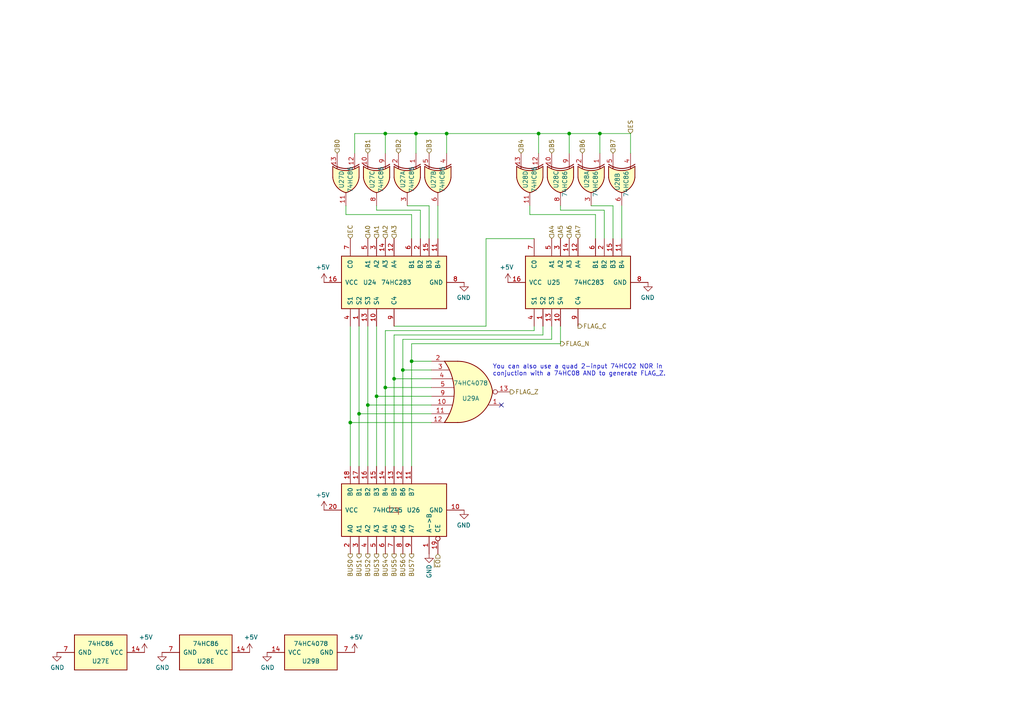
<source format=kicad_sch>
(kicad_sch (version 20211123) (generator eeschema)

  (uuid 5e186057-310c-40e8-84f7-f1bf0daca74f)

  (paper "A4")

  (title_block
    (title "Arithmetic and Logic Unit")
    (date "2022-07-16")
    (rev "1.6")
    (comment 2 "creativecommons.org/licenses/by-nc-sa/3.0/deed.en")
    (comment 3 "License: CC BY-NC-SA 3.0")
    (comment 4 "Author: Carsten Herting (slu4)")
  )

  (lib_symbols
    (symbol "74HC4078_1" (pin_names (offset 1.016)) (in_bom yes) (on_board yes)
      (property "Reference" "U" (id 0) (at 0 -2.54 0)
        (effects (font (size 1.27 1.27)))
      )
      (property "Value" "74HC4078_1" (id 1) (at 0 2.54 0)
        (effects (font (size 1.27 1.27)))
      )
      (property "Footprint" "" (id 2) (at -5.08 -5.08 0)
        (effects (font (size 1.27 1.27)) hide)
      )
      (property "Datasheet" "" (id 3) (at -5.08 -5.08 0)
        (effects (font (size 1.27 1.27)) hide)
      )
      (property "ki_locked" "" (id 4) (at 0 0 0)
        (effects (font (size 1.27 1.27)))
      )
      (property "ki_fp_filters" "DIP?12*" (id 5) (at 0 0 0)
        (effects (font (size 1.27 1.27)) hide)
      )
      (symbol "74HC4078_1_1_1"
        (arc (start -5.08 -8.89) (mid -2.2344 0) (end -5.08 8.89)
          (stroke (width 0.254) (type default) (color 0 0 0 0))
          (fill (type none))
        )
        (arc (start -1.27 -8.89) (mid 5.4687 -6.3407) (end 8.89 0)
          (stroke (width 0.254) (type default) (color 0 0 0 0))
          (fill (type background))
        )
        (polyline
          (pts
            (xy -5.08 -8.89)
            (xy -1.27 -8.89)
          )
          (stroke (width 0.254) (type default) (color 0 0 0 0))
          (fill (type background))
        )
        (polyline
          (pts
            (xy -5.08 8.89)
            (xy -1.27 8.89)
          )
          (stroke (width 0.254) (type default) (color 0 0 0 0))
          (fill (type background))
        )
        (polyline
          (pts
            (xy -1.27 8.89)
            (xy -5.08 8.89)
            (xy -5.08 8.89)
            (xy -3.81 6.858)
            (xy -3.048 5.334)
            (xy -2.54 2.54)
            (xy -2.286 0)
            (xy -2.54 -3.175)
            (xy -3.556 -6.096)
            (xy -5.08 -8.89)
            (xy -5.08 -8.89)
            (xy -1.27 -8.89)
          )
          (stroke (width -25.4) (type default) (color 0 0 0 0))
          (fill (type background))
        )
        (arc (start 8.89 0) (mid 5.4684 6.3402) (end -1.27 8.89)
          (stroke (width 0.254) (type default) (color 0 0 0 0))
          (fill (type background))
        )
        (circle (center 9.652 0) (radius 0.635)
          (stroke (width 0) (type default) (color 0 0 0 0))
          (fill (type none))
        )
        (pin input line (at -8.89 -3.81 0) (length 6.096)
          (name "~" (effects (font (size 1.27 1.27))))
          (number "10" (effects (font (size 1.27 1.27))))
        )
        (pin input line (at -8.89 -6.35 0) (length 5.207)
          (name "~" (effects (font (size 1.27 1.27))))
          (number "11" (effects (font (size 1.27 1.27))))
        )
        (pin input line (at -8.89 -8.89 0) (length 3.81)
          (name "~" (effects (font (size 1.27 1.27))))
          (number "12" (effects (font (size 1.27 1.27))))
        )
        (pin output line (at 13.97 0 180) (length 3.683)
          (name "~" (effects (font (size 1.27 1.27))))
          (number "13" (effects (font (size 1.27 1.27))))
        )
        (pin input line (at -8.89 8.89 0) (length 3.81)
          (name "~" (effects (font (size 1.27 1.27))))
          (number "2" (effects (font (size 1.27 1.27))))
        )
        (pin input line (at -8.89 6.35 0) (length 5.207)
          (name "~" (effects (font (size 1.27 1.27))))
          (number "3" (effects (font (size 1.27 1.27))))
        )
        (pin input line (at -8.89 3.81 0) (length 6.096)
          (name "~" (effects (font (size 1.27 1.27))))
          (number "4" (effects (font (size 1.27 1.27))))
        )
        (pin input line (at -8.89 1.27 0) (length 6.604)
          (name "~" (effects (font (size 1.27 1.27))))
          (number "5" (effects (font (size 1.27 1.27))))
        )
        (pin input line (at -8.89 -1.27 0) (length 6.604)
          (name "~" (effects (font (size 1.27 1.27))))
          (number "9" (effects (font (size 1.27 1.27))))
        )
      )
      (symbol "74HC4078_1_1_2"
        (arc (start -3.81 -4.445) (mid -2.5908 0) (end -3.81 4.445)
          (stroke (width 0.254) (type default) (color 0 0 0 0))
          (fill (type none))
        )
        (arc (start -0.6096 -4.445) (mid 2.2246 -2.8422) (end 3.81 0)
          (stroke (width 0.254) (type default) (color 0 0 0 0))
          (fill (type background))
        )
        (polyline
          (pts
            (xy -3.81 -4.445)
            (xy -0.635 -4.445)
          )
          (stroke (width 0.254) (type default) (color 0 0 0 0))
          (fill (type background))
        )
        (polyline
          (pts
            (xy -3.81 4.445)
            (xy -0.635 4.445)
          )
          (stroke (width 0.254) (type default) (color 0 0 0 0))
          (fill (type background))
        )
        (polyline
          (pts
            (xy -0.635 4.445)
            (xy -3.81 4.445)
            (xy -3.81 4.445)
            (xy -3.6322 4.0894)
            (xy -3.0988 2.921)
            (xy -2.7686 1.6764)
            (xy -2.6162 0.4318)
            (xy -2.6416 -0.8636)
            (xy -2.8702 -2.1082)
            (xy -3.2512 -3.3274)
            (xy -3.81 -4.445)
            (xy -3.81 -4.445)
            (xy -0.635 -4.445)
          )
          (stroke (width -25.4) (type default) (color 0 0 0 0))
          (fill (type background))
        )
        (arc (start 3.81 0) (mid 2.2204 2.8379) (end -0.6096 4.445)
          (stroke (width 0.254) (type default) (color 0 0 0 0))
          (fill (type background))
        )
        (pin input inverted (at -7.62 3.81 0) (length 3.81)
          (name "~" (effects (font (size 1.27 1.27))))
          (number "1" (effects (font (size 1.27 1.27))))
        )
        (pin input inverted (at -7.62 1.27 0) (length 4.826)
          (name "~" (effects (font (size 1.27 1.27))))
          (number "2" (effects (font (size 1.27 1.27))))
        )
        (pin input inverted (at -7.62 -1.27 0) (length 4.826)
          (name "~" (effects (font (size 1.27 1.27))))
          (number "4" (effects (font (size 1.27 1.27))))
        )
        (pin input inverted (at -7.62 -3.81 0) (length 3.81)
          (name "~" (effects (font (size 1.27 1.27))))
          (number "5" (effects (font (size 1.27 1.27))))
        )
        (pin output inverted (at 7.62 0 180) (length 3.81)
          (name "~" (effects (font (size 1.27 1.27))))
          (number "6" (effects (font (size 1.27 1.27))))
        )
      )
      (symbol "74HC4078_1_2_0"
        (pin power_in line (at -12.7 0 0) (length 5.08)
          (name "VCC" (effects (font (size 1.27 1.27))))
          (number "14" (effects (font (size 1.27 1.27))))
        )
        (pin no_connect line (at 0 -10.16 90) (length 5.08) hide
          (name "~" (effects (font (size 1.27 1.27))))
          (number "6" (effects (font (size 1.27 1.27))))
        )
        (pin power_in line (at 12.7 0 180) (length 5.08)
          (name "GND" (effects (font (size 1.27 1.27))))
          (number "7" (effects (font (size 1.27 1.27))))
        )
        (pin no_connect line (at 0 10.16 270) (length 5.08) hide
          (name "~" (effects (font (size 1.27 1.27))))
          (number "8" (effects (font (size 1.27 1.27))))
        )
      )
      (symbol "74HC4078_1_2_1"
        (rectangle (start -7.62 -5.08) (end 7.62 5.08)
          (stroke (width 0.254) (type default) (color 0 0 0 0))
          (fill (type background))
        )
      )
      (symbol "74HC4078_1_2_2"
        (arc (start -3.81 -4.445) (mid -2.5908 0) (end -3.81 4.445)
          (stroke (width 0.254) (type default) (color 0 0 0 0))
          (fill (type none))
        )
        (arc (start -0.6096 -4.445) (mid 2.2246 -2.8422) (end 3.81 0)
          (stroke (width 0.254) (type default) (color 0 0 0 0))
          (fill (type background))
        )
        (polyline
          (pts
            (xy -3.81 -4.445)
            (xy -0.635 -4.445)
          )
          (stroke (width 0.254) (type default) (color 0 0 0 0))
          (fill (type background))
        )
        (polyline
          (pts
            (xy -3.81 4.445)
            (xy -0.635 4.445)
          )
          (stroke (width 0.254) (type default) (color 0 0 0 0))
          (fill (type background))
        )
        (polyline
          (pts
            (xy -0.635 4.445)
            (xy -3.81 4.445)
            (xy -3.81 4.445)
            (xy -3.6322 4.0894)
            (xy -3.0988 2.921)
            (xy -2.7686 1.6764)
            (xy -2.6162 0.4318)
            (xy -2.6416 -0.8636)
            (xy -2.8702 -2.1082)
            (xy -3.2512 -3.3274)
            (xy -3.81 -4.445)
            (xy -3.81 -4.445)
            (xy -0.635 -4.445)
          )
          (stroke (width -25.4) (type default) (color 0 0 0 0))
          (fill (type background))
        )
        (arc (start 3.81 0) (mid 2.2204 2.8379) (end -0.6096 4.445)
          (stroke (width 0.254) (type default) (color 0 0 0 0))
          (fill (type background))
        )
        (pin input inverted (at -7.62 1.27 0) (length 4.826)
          (name "~" (effects (font (size 1.27 1.27))))
          (number "10" (effects (font (size 1.27 1.27))))
        )
        (pin input inverted (at -7.62 -1.27 0) (length 4.826)
          (name "~" (effects (font (size 1.27 1.27))))
          (number "12" (effects (font (size 1.27 1.27))))
        )
        (pin input inverted (at -7.62 -3.81 0) (length 3.81)
          (name "~" (effects (font (size 1.27 1.27))))
          (number "13" (effects (font (size 1.27 1.27))))
        )
        (pin output inverted (at 7.62 0 180) (length 3.81)
          (name "~" (effects (font (size 1.27 1.27))))
          (number "8" (effects (font (size 1.27 1.27))))
        )
        (pin input inverted (at -7.62 3.81 0) (length 3.81)
          (name "~" (effects (font (size 1.27 1.27))))
          (number "9" (effects (font (size 1.27 1.27))))
        )
      )
    )
    (symbol "74xx:74HC245" (pin_names (offset 1.016)) (in_bom yes) (on_board yes)
      (property "Reference" "U" (id 0) (at -7.62 16.51 0)
        (effects (font (size 1.27 1.27)))
      )
      (property "Value" "74HC245" (id 1) (at -7.62 -16.51 0)
        (effects (font (size 1.27 1.27)))
      )
      (property "Footprint" "" (id 2) (at 0 0 0)
        (effects (font (size 1.27 1.27)) hide)
      )
      (property "Datasheet" "http://www.ti.com/lit/gpn/sn74HC245" (id 3) (at 0 0 0)
        (effects (font (size 1.27 1.27)) hide)
      )
      (property "ki_locked" "" (id 4) (at 0 0 0)
        (effects (font (size 1.27 1.27)))
      )
      (property "ki_keywords" "HCMOS BUS 3State" (id 5) (at 0 0 0)
        (effects (font (size 1.27 1.27)) hide)
      )
      (property "ki_description" "Octal BUS Transceivers, 3-State outputs" (id 6) (at 0 0 0)
        (effects (font (size 1.27 1.27)) hide)
      )
      (property "ki_fp_filters" "DIP?20*" (id 7) (at 0 0 0)
        (effects (font (size 1.27 1.27)) hide)
      )
      (symbol "74HC245_1_0"
        (polyline
          (pts
            (xy -0.635 -1.27)
            (xy -0.635 1.27)
            (xy 0.635 1.27)
          )
          (stroke (width 0) (type default) (color 0 0 0 0))
          (fill (type none))
        )
        (polyline
          (pts
            (xy -1.27 -1.27)
            (xy 0.635 -1.27)
            (xy 0.635 1.27)
            (xy 1.27 1.27)
          )
          (stroke (width 0) (type default) (color 0 0 0 0))
          (fill (type none))
        )
        (pin input line (at -12.7 -10.16 0) (length 5.08)
          (name "A->B" (effects (font (size 1.27 1.27))))
          (number "1" (effects (font (size 1.27 1.27))))
        )
        (pin power_in line (at 0 -20.32 90) (length 5.08)
          (name "GND" (effects (font (size 1.27 1.27))))
          (number "10" (effects (font (size 1.27 1.27))))
        )
        (pin tri_state line (at 12.7 -5.08 180) (length 5.08)
          (name "B7" (effects (font (size 1.27 1.27))))
          (number "11" (effects (font (size 1.27 1.27))))
        )
        (pin tri_state line (at 12.7 -2.54 180) (length 5.08)
          (name "B6" (effects (font (size 1.27 1.27))))
          (number "12" (effects (font (size 1.27 1.27))))
        )
        (pin tri_state line (at 12.7 0 180) (length 5.08)
          (name "B5" (effects (font (size 1.27 1.27))))
          (number "13" (effects (font (size 1.27 1.27))))
        )
        (pin tri_state line (at 12.7 2.54 180) (length 5.08)
          (name "B4" (effects (font (size 1.27 1.27))))
          (number "14" (effects (font (size 1.27 1.27))))
        )
        (pin tri_state line (at 12.7 5.08 180) (length 5.08)
          (name "B3" (effects (font (size 1.27 1.27))))
          (number "15" (effects (font (size 1.27 1.27))))
        )
        (pin tri_state line (at 12.7 7.62 180) (length 5.08)
          (name "B2" (effects (font (size 1.27 1.27))))
          (number "16" (effects (font (size 1.27 1.27))))
        )
        (pin tri_state line (at 12.7 10.16 180) (length 5.08)
          (name "B1" (effects (font (size 1.27 1.27))))
          (number "17" (effects (font (size 1.27 1.27))))
        )
        (pin tri_state line (at 12.7 12.7 180) (length 5.08)
          (name "B0" (effects (font (size 1.27 1.27))))
          (number "18" (effects (font (size 1.27 1.27))))
        )
        (pin input inverted (at -12.7 -12.7 0) (length 5.08)
          (name "CE" (effects (font (size 1.27 1.27))))
          (number "19" (effects (font (size 1.27 1.27))))
        )
        (pin tri_state line (at -12.7 12.7 0) (length 5.08)
          (name "A0" (effects (font (size 1.27 1.27))))
          (number "2" (effects (font (size 1.27 1.27))))
        )
        (pin power_in line (at 0 20.32 270) (length 5.08)
          (name "VCC" (effects (font (size 1.27 1.27))))
          (number "20" (effects (font (size 1.27 1.27))))
        )
        (pin tri_state line (at -12.7 10.16 0) (length 5.08)
          (name "A1" (effects (font (size 1.27 1.27))))
          (number "3" (effects (font (size 1.27 1.27))))
        )
        (pin tri_state line (at -12.7 7.62 0) (length 5.08)
          (name "A2" (effects (font (size 1.27 1.27))))
          (number "4" (effects (font (size 1.27 1.27))))
        )
        (pin tri_state line (at -12.7 5.08 0) (length 5.08)
          (name "A3" (effects (font (size 1.27 1.27))))
          (number "5" (effects (font (size 1.27 1.27))))
        )
        (pin tri_state line (at -12.7 2.54 0) (length 5.08)
          (name "A4" (effects (font (size 1.27 1.27))))
          (number "6" (effects (font (size 1.27 1.27))))
        )
        (pin tri_state line (at -12.7 0 0) (length 5.08)
          (name "A5" (effects (font (size 1.27 1.27))))
          (number "7" (effects (font (size 1.27 1.27))))
        )
        (pin tri_state line (at -12.7 -2.54 0) (length 5.08)
          (name "A6" (effects (font (size 1.27 1.27))))
          (number "8" (effects (font (size 1.27 1.27))))
        )
        (pin tri_state line (at -12.7 -5.08 0) (length 5.08)
          (name "A7" (effects (font (size 1.27 1.27))))
          (number "9" (effects (font (size 1.27 1.27))))
        )
      )
      (symbol "74HC245_1_1"
        (rectangle (start -7.62 15.24) (end 7.62 -15.24)
          (stroke (width 0.254) (type default) (color 0 0 0 0))
          (fill (type background))
        )
      )
    )
    (symbol "74xx:74HC86" (pin_names (offset 1.016)) (in_bom yes) (on_board yes)
      (property "Reference" "U" (id 0) (at 0 1.27 0)
        (effects (font (size 1.27 1.27)))
      )
      (property "Value" "74HC86" (id 1) (at 0 -1.27 0)
        (effects (font (size 1.27 1.27)))
      )
      (property "Footprint" "" (id 2) (at 0 0 0)
        (effects (font (size 1.27 1.27)) hide)
      )
      (property "Datasheet" "http://www.ti.com/lit/gpn/sn74HC86" (id 3) (at 0 0 0)
        (effects (font (size 1.27 1.27)) hide)
      )
      (property "ki_locked" "" (id 4) (at 0 0 0)
        (effects (font (size 1.27 1.27)))
      )
      (property "ki_keywords" "TTL XOR2" (id 5) (at 0 0 0)
        (effects (font (size 1.27 1.27)) hide)
      )
      (property "ki_description" "Quad 2-input XOR" (id 6) (at 0 0 0)
        (effects (font (size 1.27 1.27)) hide)
      )
      (property "ki_fp_filters" "DIP*W7.62mm*" (id 7) (at 0 0 0)
        (effects (font (size 1.27 1.27)) hide)
      )
      (symbol "74HC86_1_0"
        (arc (start -4.4196 -3.81) (mid -3.2033 0) (end -4.4196 3.81)
          (stroke (width 0.254) (type default) (color 0 0 0 0))
          (fill (type none))
        )
        (arc (start -3.81 -3.81) (mid -2.589 0) (end -3.81 3.81)
          (stroke (width 0.254) (type default) (color 0 0 0 0))
          (fill (type none))
        )
        (arc (start -0.6096 -3.81) (mid 2.1842 -2.5851) (end 3.81 0)
          (stroke (width 0.254) (type default) (color 0 0 0 0))
          (fill (type background))
        )
        (polyline
          (pts
            (xy -3.81 -3.81)
            (xy -0.635 -3.81)
          )
          (stroke (width 0.254) (type default) (color 0 0 0 0))
          (fill (type background))
        )
        (polyline
          (pts
            (xy -3.81 3.81)
            (xy -0.635 3.81)
          )
          (stroke (width 0.254) (type default) (color 0 0 0 0))
          (fill (type background))
        )
        (polyline
          (pts
            (xy -0.635 3.81)
            (xy -3.81 3.81)
            (xy -3.81 3.81)
            (xy -3.556 3.4036)
            (xy -3.0226 2.2606)
            (xy -2.6924 1.0414)
            (xy -2.6162 -0.254)
            (xy -2.7686 -1.4986)
            (xy -3.175 -2.7178)
            (xy -3.81 -3.81)
            (xy -3.81 -3.81)
            (xy -0.635 -3.81)
          )
          (stroke (width -25.4) (type default) (color 0 0 0 0))
          (fill (type background))
        )
        (arc (start 3.81 0) (mid 2.1915 2.5936) (end -0.6096 3.81)
          (stroke (width 0.254) (type default) (color 0 0 0 0))
          (fill (type background))
        )
        (pin input line (at -7.62 2.54 0) (length 4.445)
          (name "~" (effects (font (size 1.27 1.27))))
          (number "1" (effects (font (size 1.27 1.27))))
        )
        (pin input line (at -7.62 -2.54 0) (length 4.445)
          (name "~" (effects (font (size 1.27 1.27))))
          (number "2" (effects (font (size 1.27 1.27))))
        )
        (pin output line (at 7.62 0 180) (length 3.81)
          (name "~" (effects (font (size 1.27 1.27))))
          (number "3" (effects (font (size 1.27 1.27))))
        )
      )
      (symbol "74HC86_1_1"
        (polyline
          (pts
            (xy -3.81 -2.54)
            (xy -3.175 -2.54)
          )
          (stroke (width 0.1524) (type default) (color 0 0 0 0))
          (fill (type none))
        )
        (polyline
          (pts
            (xy -3.81 2.54)
            (xy -3.175 2.54)
          )
          (stroke (width 0.1524) (type default) (color 0 0 0 0))
          (fill (type none))
        )
      )
      (symbol "74HC86_2_0"
        (arc (start -4.4196 -3.81) (mid -3.2033 0) (end -4.4196 3.81)
          (stroke (width 0.254) (type default) (color 0 0 0 0))
          (fill (type none))
        )
        (arc (start -3.81 -3.81) (mid -2.589 0) (end -3.81 3.81)
          (stroke (width 0.254) (type default) (color 0 0 0 0))
          (fill (type none))
        )
        (arc (start -0.6096 -3.81) (mid 2.1842 -2.5851) (end 3.81 0)
          (stroke (width 0.254) (type default) (color 0 0 0 0))
          (fill (type background))
        )
        (polyline
          (pts
            (xy -3.81 -3.81)
            (xy -0.635 -3.81)
          )
          (stroke (width 0.254) (type default) (color 0 0 0 0))
          (fill (type background))
        )
        (polyline
          (pts
            (xy -3.81 3.81)
            (xy -0.635 3.81)
          )
          (stroke (width 0.254) (type default) (color 0 0 0 0))
          (fill (type background))
        )
        (polyline
          (pts
            (xy -0.635 3.81)
            (xy -3.81 3.81)
            (xy -3.81 3.81)
            (xy -3.556 3.4036)
            (xy -3.0226 2.2606)
            (xy -2.6924 1.0414)
            (xy -2.6162 -0.254)
            (xy -2.7686 -1.4986)
            (xy -3.175 -2.7178)
            (xy -3.81 -3.81)
            (xy -3.81 -3.81)
            (xy -0.635 -3.81)
          )
          (stroke (width -25.4) (type default) (color 0 0 0 0))
          (fill (type background))
        )
        (arc (start 3.81 0) (mid 2.1915 2.5936) (end -0.6096 3.81)
          (stroke (width 0.254) (type default) (color 0 0 0 0))
          (fill (type background))
        )
        (pin input line (at -7.62 2.54 0) (length 4.445)
          (name "~" (effects (font (size 1.27 1.27))))
          (number "4" (effects (font (size 1.27 1.27))))
        )
        (pin input line (at -7.62 -2.54 0) (length 4.445)
          (name "~" (effects (font (size 1.27 1.27))))
          (number "5" (effects (font (size 1.27 1.27))))
        )
        (pin output line (at 7.62 0 180) (length 3.81)
          (name "~" (effects (font (size 1.27 1.27))))
          (number "6" (effects (font (size 1.27 1.27))))
        )
      )
      (symbol "74HC86_2_1"
        (polyline
          (pts
            (xy -3.81 -2.54)
            (xy -3.175 -2.54)
          )
          (stroke (width 0.1524) (type default) (color 0 0 0 0))
          (fill (type none))
        )
        (polyline
          (pts
            (xy -3.81 2.54)
            (xy -3.175 2.54)
          )
          (stroke (width 0.1524) (type default) (color 0 0 0 0))
          (fill (type none))
        )
      )
      (symbol "74HC86_3_0"
        (arc (start -4.4196 -3.81) (mid -3.2033 0) (end -4.4196 3.81)
          (stroke (width 0.254) (type default) (color 0 0 0 0))
          (fill (type none))
        )
        (arc (start -3.81 -3.81) (mid -2.589 0) (end -3.81 3.81)
          (stroke (width 0.254) (type default) (color 0 0 0 0))
          (fill (type none))
        )
        (arc (start -0.6096 -3.81) (mid 2.1842 -2.5851) (end 3.81 0)
          (stroke (width 0.254) (type default) (color 0 0 0 0))
          (fill (type background))
        )
        (polyline
          (pts
            (xy -3.81 -3.81)
            (xy -0.635 -3.81)
          )
          (stroke (width 0.254) (type default) (color 0 0 0 0))
          (fill (type background))
        )
        (polyline
          (pts
            (xy -3.81 3.81)
            (xy -0.635 3.81)
          )
          (stroke (width 0.254) (type default) (color 0 0 0 0))
          (fill (type background))
        )
        (polyline
          (pts
            (xy -0.635 3.81)
            (xy -3.81 3.81)
            (xy -3.81 3.81)
            (xy -3.556 3.4036)
            (xy -3.0226 2.2606)
            (xy -2.6924 1.0414)
            (xy -2.6162 -0.254)
            (xy -2.7686 -1.4986)
            (xy -3.175 -2.7178)
            (xy -3.81 -3.81)
            (xy -3.81 -3.81)
            (xy -0.635 -3.81)
          )
          (stroke (width -25.4) (type default) (color 0 0 0 0))
          (fill (type background))
        )
        (arc (start 3.81 0) (mid 2.1915 2.5936) (end -0.6096 3.81)
          (stroke (width 0.254) (type default) (color 0 0 0 0))
          (fill (type background))
        )
        (pin input line (at -7.62 -2.54 0) (length 4.445)
          (name "~" (effects (font (size 1.27 1.27))))
          (number "10" (effects (font (size 1.27 1.27))))
        )
        (pin output line (at 7.62 0 180) (length 3.81)
          (name "~" (effects (font (size 1.27 1.27))))
          (number "8" (effects (font (size 1.27 1.27))))
        )
        (pin input line (at -7.62 2.54 0) (length 4.445)
          (name "~" (effects (font (size 1.27 1.27))))
          (number "9" (effects (font (size 1.27 1.27))))
        )
      )
      (symbol "74HC86_3_1"
        (polyline
          (pts
            (xy -3.81 -2.54)
            (xy -3.175 -2.54)
          )
          (stroke (width 0.1524) (type default) (color 0 0 0 0))
          (fill (type none))
        )
        (polyline
          (pts
            (xy -3.81 2.54)
            (xy -3.175 2.54)
          )
          (stroke (width 0.1524) (type default) (color 0 0 0 0))
          (fill (type none))
        )
      )
      (symbol "74HC86_4_0"
        (arc (start -4.4196 -3.81) (mid -3.2033 0) (end -4.4196 3.81)
          (stroke (width 0.254) (type default) (color 0 0 0 0))
          (fill (type none))
        )
        (arc (start -3.81 -3.81) (mid -2.589 0) (end -3.81 3.81)
          (stroke (width 0.254) (type default) (color 0 0 0 0))
          (fill (type none))
        )
        (arc (start -0.6096 -3.81) (mid 2.1842 -2.5851) (end 3.81 0)
          (stroke (width 0.254) (type default) (color 0 0 0 0))
          (fill (type background))
        )
        (polyline
          (pts
            (xy -3.81 -3.81)
            (xy -0.635 -3.81)
          )
          (stroke (width 0.254) (type default) (color 0 0 0 0))
          (fill (type background))
        )
        (polyline
          (pts
            (xy -3.81 3.81)
            (xy -0.635 3.81)
          )
          (stroke (width 0.254) (type default) (color 0 0 0 0))
          (fill (type background))
        )
        (polyline
          (pts
            (xy -0.635 3.81)
            (xy -3.81 3.81)
            (xy -3.81 3.81)
            (xy -3.556 3.4036)
            (xy -3.0226 2.2606)
            (xy -2.6924 1.0414)
            (xy -2.6162 -0.254)
            (xy -2.7686 -1.4986)
            (xy -3.175 -2.7178)
            (xy -3.81 -3.81)
            (xy -3.81 -3.81)
            (xy -0.635 -3.81)
          )
          (stroke (width -25.4) (type default) (color 0 0 0 0))
          (fill (type background))
        )
        (arc (start 3.81 0) (mid 2.1915 2.5936) (end -0.6096 3.81)
          (stroke (width 0.254) (type default) (color 0 0 0 0))
          (fill (type background))
        )
        (pin output line (at 7.62 0 180) (length 3.81)
          (name "~" (effects (font (size 1.27 1.27))))
          (number "11" (effects (font (size 1.27 1.27))))
        )
        (pin input line (at -7.62 2.54 0) (length 4.445)
          (name "~" (effects (font (size 1.27 1.27))))
          (number "12" (effects (font (size 1.27 1.27))))
        )
        (pin input line (at -7.62 -2.54 0) (length 4.445)
          (name "~" (effects (font (size 1.27 1.27))))
          (number "13" (effects (font (size 1.27 1.27))))
        )
      )
      (symbol "74HC86_4_1"
        (polyline
          (pts
            (xy -3.81 -2.54)
            (xy -3.175 -2.54)
          )
          (stroke (width 0.1524) (type default) (color 0 0 0 0))
          (fill (type none))
        )
        (polyline
          (pts
            (xy -3.81 2.54)
            (xy -3.175 2.54)
          )
          (stroke (width 0.1524) (type default) (color 0 0 0 0))
          (fill (type none))
        )
      )
      (symbol "74HC86_5_0"
        (pin power_in line (at 0 12.7 270) (length 5.08)
          (name "VCC" (effects (font (size 1.27 1.27))))
          (number "14" (effects (font (size 1.27 1.27))))
        )
        (pin power_in line (at 0 -12.7 90) (length 5.08)
          (name "GND" (effects (font (size 1.27 1.27))))
          (number "7" (effects (font (size 1.27 1.27))))
        )
      )
      (symbol "74HC86_5_1"
        (rectangle (start -5.08 7.62) (end 5.08 -7.62)
          (stroke (width 0.254) (type default) (color 0 0 0 0))
          (fill (type background))
        )
      )
    )
    (symbol "8-Bit CPU 32k:74HC283" (pin_names (offset 1.016)) (in_bom yes) (on_board yes)
      (property "Reference" "U" (id 0) (at 0 -5.08 90)
        (effects (font (size 1.27 1.27)))
      )
      (property "Value" "74HC283" (id 1) (at 0 3.81 90)
        (effects (font (size 1.27 1.27)))
      )
      (property "Footprint" "" (id 2) (at 0 0 0)
        (effects (font (size 1.27 1.27)) hide)
      )
      (property "Datasheet" "http://www.ti.com/lit/gpn/sn74LS283" (id 3) (at 0 0 0)
        (effects (font (size 1.27 1.27)) hide)
      )
      (property "ki_locked" "" (id 4) (at 0 0 0)
        (effects (font (size 1.27 1.27)))
      )
      (property "ki_keywords" "TTL ADD Arith ALU" (id 5) (at 0 0 0)
        (effects (font (size 1.27 1.27)) hide)
      )
      (property "ki_description" "4-bit full Adder" (id 6) (at 0 0 0)
        (effects (font (size 1.27 1.27)) hide)
      )
      (property "ki_fp_filters" "DIP?16*" (id 7) (at 0 0 0)
        (effects (font (size 1.27 1.27)) hide)
      )
      (symbol "74HC283_1_0"
        (pin output line (at 12.7 10.16 180) (length 5.08)
          (name "S2" (effects (font (size 1.27 1.27))))
          (number "1" (effects (font (size 1.27 1.27))))
        )
        (pin output line (at 12.7 5.08 180) (length 5.08)
          (name "S4" (effects (font (size 1.27 1.27))))
          (number "10" (effects (font (size 1.27 1.27))))
        )
        (pin input line (at -12.7 -12.7 0) (length 5.08)
          (name "B4" (effects (font (size 1.27 1.27))))
          (number "11" (effects (font (size 1.27 1.27))))
        )
        (pin input line (at -12.7 0 0) (length 5.08)
          (name "A4" (effects (font (size 1.27 1.27))))
          (number "12" (effects (font (size 1.27 1.27))))
        )
        (pin output line (at 12.7 7.62 180) (length 5.08)
          (name "S3" (effects (font (size 1.27 1.27))))
          (number "13" (effects (font (size 1.27 1.27))))
        )
        (pin input line (at -12.7 2.54 0) (length 5.08)
          (name "A3" (effects (font (size 1.27 1.27))))
          (number "14" (effects (font (size 1.27 1.27))))
        )
        (pin input line (at -12.7 -10.16 0) (length 5.08)
          (name "B3" (effects (font (size 1.27 1.27))))
          (number "15" (effects (font (size 1.27 1.27))))
        )
        (pin power_in line (at 0 20.32 270) (length 5.08)
          (name "VCC" (effects (font (size 1.27 1.27))))
          (number "16" (effects (font (size 1.27 1.27))))
        )
        (pin input line (at -12.7 -7.62 0) (length 5.08)
          (name "B2" (effects (font (size 1.27 1.27))))
          (number "2" (effects (font (size 1.27 1.27))))
        )
        (pin input line (at -12.7 5.08 0) (length 5.08)
          (name "A2" (effects (font (size 1.27 1.27))))
          (number "3" (effects (font (size 1.27 1.27))))
        )
        (pin output line (at 12.7 12.7 180) (length 5.08)
          (name "S1" (effects (font (size 1.27 1.27))))
          (number "4" (effects (font (size 1.27 1.27))))
        )
        (pin input line (at -12.7 7.62 0) (length 5.08)
          (name "A1" (effects (font (size 1.27 1.27))))
          (number "5" (effects (font (size 1.27 1.27))))
        )
        (pin input line (at -12.7 -5.08 0) (length 5.08)
          (name "B1" (effects (font (size 1.27 1.27))))
          (number "6" (effects (font (size 1.27 1.27))))
        )
        (pin input line (at -12.7 12.7 0) (length 5.08)
          (name "C0" (effects (font (size 1.27 1.27))))
          (number "7" (effects (font (size 1.27 1.27))))
        )
        (pin power_in line (at 0 -20.32 90) (length 5.08)
          (name "GND" (effects (font (size 1.27 1.27))))
          (number "8" (effects (font (size 1.27 1.27))))
        )
        (pin output line (at 12.7 0 180) (length 5.08)
          (name "C4" (effects (font (size 1.27 1.27))))
          (number "9" (effects (font (size 1.27 1.27))))
        )
      )
      (symbol "74HC283_1_1"
        (rectangle (start -7.62 15.24) (end 7.62 -15.24)
          (stroke (width 0.254) (type default) (color 0 0 0 0))
          (fill (type background))
        )
      )
    )
    (symbol "8-Bit CPU 32k:74HC4078" (pin_names (offset 1.016)) (in_bom yes) (on_board yes)
      (property "Reference" "U" (id 0) (at 0 -2.54 0)
        (effects (font (size 1.27 1.27)))
      )
      (property "Value" "74HC4078" (id 1) (at 0 2.54 0)
        (effects (font (size 1.27 1.27)))
      )
      (property "Footprint" "" (id 2) (at -5.08 -5.08 0)
        (effects (font (size 1.27 1.27)) hide)
      )
      (property "Datasheet" "" (id 3) (at -5.08 -5.08 0)
        (effects (font (size 1.27 1.27)) hide)
      )
      (property "ki_locked" "" (id 4) (at 0 0 0)
        (effects (font (size 1.27 1.27)))
      )
      (property "ki_fp_filters" "DIP?12*" (id 5) (at 0 0 0)
        (effects (font (size 1.27 1.27)) hide)
      )
      (symbol "74HC4078_1_1"
        (arc (start -5.08 -8.89) (mid -2.2344 0) (end -5.08 8.89)
          (stroke (width 0.254) (type default) (color 0 0 0 0))
          (fill (type none))
        )
        (arc (start -1.27 -8.89) (mid 5.4687 -6.3407) (end 8.89 0)
          (stroke (width 0.254) (type default) (color 0 0 0 0))
          (fill (type background))
        )
        (polyline
          (pts
            (xy -5.08 -8.89)
            (xy -1.27 -8.89)
          )
          (stroke (width 0.254) (type default) (color 0 0 0 0))
          (fill (type background))
        )
        (polyline
          (pts
            (xy -5.08 8.89)
            (xy -1.27 8.89)
          )
          (stroke (width 0.254) (type default) (color 0 0 0 0))
          (fill (type background))
        )
        (polyline
          (pts
            (xy -1.27 8.89)
            (xy -5.08 8.89)
            (xy -5.08 8.89)
            (xy -3.81 6.858)
            (xy -3.048 5.334)
            (xy -2.54 2.54)
            (xy -2.286 0)
            (xy -2.54 -3.175)
            (xy -3.556 -6.096)
            (xy -5.08 -8.89)
            (xy -5.08 -8.89)
            (xy -1.27 -8.89)
          )
          (stroke (width -25.4) (type default) (color 0 0 0 0))
          (fill (type background))
        )
        (arc (start 8.89 0) (mid 5.4684 6.3402) (end -1.27 8.89)
          (stroke (width 0.254) (type default) (color 0 0 0 0))
          (fill (type background))
        )
        (circle (center 9.652 0) (radius 0.635)
          (stroke (width 0) (type default) (color 0 0 0 0))
          (fill (type none))
        )
        (pin output line (at 11.43 -3.81 180) (length 3.683)
          (name "~" (effects (font (size 1.27 1.27))))
          (number "1" (effects (font (size 1.27 1.27))))
        )
        (pin input line (at -8.89 -3.81 0) (length 6.096)
          (name "~" (effects (font (size 1.27 1.27))))
          (number "10" (effects (font (size 1.27 1.27))))
        )
        (pin input line (at -8.89 -6.35 0) (length 5.207)
          (name "~" (effects (font (size 1.27 1.27))))
          (number "11" (effects (font (size 1.27 1.27))))
        )
        (pin input line (at -8.89 -8.89 0) (length 3.81)
          (name "~" (effects (font (size 1.27 1.27))))
          (number "12" (effects (font (size 1.27 1.27))))
        )
        (pin output line (at 13.97 0 180) (length 3.683)
          (name "~" (effects (font (size 1.27 1.27))))
          (number "13" (effects (font (size 1.27 1.27))))
        )
        (pin input line (at -8.89 8.89 0) (length 3.81)
          (name "~" (effects (font (size 1.27 1.27))))
          (number "2" (effects (font (size 1.27 1.27))))
        )
        (pin input line (at -8.89 6.35 0) (length 5.207)
          (name "~" (effects (font (size 1.27 1.27))))
          (number "3" (effects (font (size 1.27 1.27))))
        )
        (pin input line (at -8.89 3.81 0) (length 6.096)
          (name "~" (effects (font (size 1.27 1.27))))
          (number "4" (effects (font (size 1.27 1.27))))
        )
        (pin input line (at -8.89 1.27 0) (length 6.604)
          (name "~" (effects (font (size 1.27 1.27))))
          (number "5" (effects (font (size 1.27 1.27))))
        )
        (pin input line (at -8.89 -1.27 0) (length 6.604)
          (name "~" (effects (font (size 1.27 1.27))))
          (number "9" (effects (font (size 1.27 1.27))))
        )
      )
      (symbol "74HC4078_1_2"
        (arc (start -3.81 -4.445) (mid -2.5908 0) (end -3.81 4.445)
          (stroke (width 0.254) (type default) (color 0 0 0 0))
          (fill (type none))
        )
        (arc (start -0.6096 -4.445) (mid 2.2246 -2.8422) (end 3.81 0)
          (stroke (width 0.254) (type default) (color 0 0 0 0))
          (fill (type background))
        )
        (polyline
          (pts
            (xy -3.81 -4.445)
            (xy -0.635 -4.445)
          )
          (stroke (width 0.254) (type default) (color 0 0 0 0))
          (fill (type background))
        )
        (polyline
          (pts
            (xy -3.81 4.445)
            (xy -0.635 4.445)
          )
          (stroke (width 0.254) (type default) (color 0 0 0 0))
          (fill (type background))
        )
        (polyline
          (pts
            (xy -0.635 4.445)
            (xy -3.81 4.445)
            (xy -3.81 4.445)
            (xy -3.6322 4.0894)
            (xy -3.0988 2.921)
            (xy -2.7686 1.6764)
            (xy -2.6162 0.4318)
            (xy -2.6416 -0.8636)
            (xy -2.8702 -2.1082)
            (xy -3.2512 -3.3274)
            (xy -3.81 -4.445)
            (xy -3.81 -4.445)
            (xy -0.635 -4.445)
          )
          (stroke (width -25.4) (type default) (color 0 0 0 0))
          (fill (type background))
        )
        (arc (start 3.81 0) (mid 2.2204 2.8379) (end -0.6096 4.445)
          (stroke (width 0.254) (type default) (color 0 0 0 0))
          (fill (type background))
        )
        (pin input inverted (at -7.62 3.81 0) (length 3.81)
          (name "~" (effects (font (size 1.27 1.27))))
          (number "1" (effects (font (size 1.27 1.27))))
        )
        (pin input inverted (at -7.62 1.27 0) (length 4.826)
          (name "~" (effects (font (size 1.27 1.27))))
          (number "2" (effects (font (size 1.27 1.27))))
        )
        (pin input inverted (at -7.62 -1.27 0) (length 4.826)
          (name "~" (effects (font (size 1.27 1.27))))
          (number "4" (effects (font (size 1.27 1.27))))
        )
        (pin input inverted (at -7.62 -3.81 0) (length 3.81)
          (name "~" (effects (font (size 1.27 1.27))))
          (number "5" (effects (font (size 1.27 1.27))))
        )
        (pin output inverted (at 7.62 0 180) (length 3.81)
          (name "~" (effects (font (size 1.27 1.27))))
          (number "6" (effects (font (size 1.27 1.27))))
        )
      )
      (symbol "74HC4078_2_0"
        (pin power_in line (at -12.7 0 0) (length 5.08)
          (name "VCC" (effects (font (size 1.27 1.27))))
          (number "14" (effects (font (size 1.27 1.27))))
        )
        (pin no_connect line (at 0 -10.16 90) (length 5.08) hide
          (name "~" (effects (font (size 1.27 1.27))))
          (number "6" (effects (font (size 1.27 1.27))))
        )
        (pin power_in line (at 12.7 0 180) (length 5.08)
          (name "GND" (effects (font (size 1.27 1.27))))
          (number "7" (effects (font (size 1.27 1.27))))
        )
        (pin no_connect line (at 0 10.16 270) (length 5.08) hide
          (name "~" (effects (font (size 1.27 1.27))))
          (number "8" (effects (font (size 1.27 1.27))))
        )
      )
      (symbol "74HC4078_2_1"
        (rectangle (start -7.62 -5.08) (end 7.62 5.08)
          (stroke (width 0.254) (type default) (color 0 0 0 0))
          (fill (type background))
        )
      )
      (symbol "74HC4078_2_2"
        (arc (start -3.81 -4.445) (mid -2.5908 0) (end -3.81 4.445)
          (stroke (width 0.254) (type default) (color 0 0 0 0))
          (fill (type none))
        )
        (arc (start -0.6096 -4.445) (mid 2.2246 -2.8422) (end 3.81 0)
          (stroke (width 0.254) (type default) (color 0 0 0 0))
          (fill (type background))
        )
        (polyline
          (pts
            (xy -3.81 -4.445)
            (xy -0.635 -4.445)
          )
          (stroke (width 0.254) (type default) (color 0 0 0 0))
          (fill (type background))
        )
        (polyline
          (pts
            (xy -3.81 4.445)
            (xy -0.635 4.445)
          )
          (stroke (width 0.254) (type default) (color 0 0 0 0))
          (fill (type background))
        )
        (polyline
          (pts
            (xy -0.635 4.445)
            (xy -3.81 4.445)
            (xy -3.81 4.445)
            (xy -3.6322 4.0894)
            (xy -3.0988 2.921)
            (xy -2.7686 1.6764)
            (xy -2.6162 0.4318)
            (xy -2.6416 -0.8636)
            (xy -2.8702 -2.1082)
            (xy -3.2512 -3.3274)
            (xy -3.81 -4.445)
            (xy -3.81 -4.445)
            (xy -0.635 -4.445)
          )
          (stroke (width -25.4) (type default) (color 0 0 0 0))
          (fill (type background))
        )
        (arc (start 3.81 0) (mid 2.2204 2.8379) (end -0.6096 4.445)
          (stroke (width 0.254) (type default) (color 0 0 0 0))
          (fill (type background))
        )
        (pin input inverted (at -7.62 1.27 0) (length 4.826)
          (name "~" (effects (font (size 1.27 1.27))))
          (number "10" (effects (font (size 1.27 1.27))))
        )
        (pin input inverted (at -7.62 -1.27 0) (length 4.826)
          (name "~" (effects (font (size 1.27 1.27))))
          (number "12" (effects (font (size 1.27 1.27))))
        )
        (pin input inverted (at -7.62 -3.81 0) (length 3.81)
          (name "~" (effects (font (size 1.27 1.27))))
          (number "13" (effects (font (size 1.27 1.27))))
        )
        (pin output inverted (at 7.62 0 180) (length 3.81)
          (name "~" (effects (font (size 1.27 1.27))))
          (number "8" (effects (font (size 1.27 1.27))))
        )
        (pin input inverted (at -7.62 3.81 0) (length 3.81)
          (name "~" (effects (font (size 1.27 1.27))))
          (number "9" (effects (font (size 1.27 1.27))))
        )
      )
    )
    (symbol "power:+5V" (power) (pin_names (offset 0)) (in_bom yes) (on_board yes)
      (property "Reference" "#PWR" (id 0) (at 0 -3.81 0)
        (effects (font (size 1.27 1.27)) hide)
      )
      (property "Value" "+5V" (id 1) (at 0 3.556 0)
        (effects (font (size 1.27 1.27)))
      )
      (property "Footprint" "" (id 2) (at 0 0 0)
        (effects (font (size 1.27 1.27)) hide)
      )
      (property "Datasheet" "" (id 3) (at 0 0 0)
        (effects (font (size 1.27 1.27)) hide)
      )
      (property "ki_keywords" "power-flag" (id 4) (at 0 0 0)
        (effects (font (size 1.27 1.27)) hide)
      )
      (property "ki_description" "Power symbol creates a global label with name \"+5V\"" (id 5) (at 0 0 0)
        (effects (font (size 1.27 1.27)) hide)
      )
      (symbol "+5V_0_1"
        (polyline
          (pts
            (xy -0.762 1.27)
            (xy 0 2.54)
          )
          (stroke (width 0) (type default) (color 0 0 0 0))
          (fill (type none))
        )
        (polyline
          (pts
            (xy 0 0)
            (xy 0 2.54)
          )
          (stroke (width 0) (type default) (color 0 0 0 0))
          (fill (type none))
        )
        (polyline
          (pts
            (xy 0 2.54)
            (xy 0.762 1.27)
          )
          (stroke (width 0) (type default) (color 0 0 0 0))
          (fill (type none))
        )
      )
      (symbol "+5V_1_1"
        (pin power_in line (at 0 0 90) (length 0) hide
          (name "+5V" (effects (font (size 1.27 1.27))))
          (number "1" (effects (font (size 1.27 1.27))))
        )
      )
    )
    (symbol "power:GND" (power) (pin_names (offset 0)) (in_bom yes) (on_board yes)
      (property "Reference" "#PWR" (id 0) (at 0 -6.35 0)
        (effects (font (size 1.27 1.27)) hide)
      )
      (property "Value" "GND" (id 1) (at 0 -3.81 0)
        (effects (font (size 1.27 1.27)))
      )
      (property "Footprint" "" (id 2) (at 0 0 0)
        (effects (font (size 1.27 1.27)) hide)
      )
      (property "Datasheet" "" (id 3) (at 0 0 0)
        (effects (font (size 1.27 1.27)) hide)
      )
      (property "ki_keywords" "power-flag" (id 4) (at 0 0 0)
        (effects (font (size 1.27 1.27)) hide)
      )
      (property "ki_description" "Power symbol creates a global label with name \"GND\" , ground" (id 5) (at 0 0 0)
        (effects (font (size 1.27 1.27)) hide)
      )
      (symbol "GND_0_1"
        (polyline
          (pts
            (xy 0 0)
            (xy 0 -1.27)
            (xy 1.27 -1.27)
            (xy 0 -2.54)
            (xy -1.27 -1.27)
            (xy 0 -1.27)
          )
          (stroke (width 0) (type default) (color 0 0 0 0))
          (fill (type none))
        )
      )
      (symbol "GND_1_1"
        (pin power_in line (at 0 0 270) (length 0) hide
          (name "GND" (effects (font (size 1.27 1.27))))
          (number "1" (effects (font (size 1.27 1.27))))
        )
      )
    )
  )

  (junction (at 119.38 104.775) (diameter 0) (color 0 0 0 0)
    (uuid 02d2d5b7-33d8-4e78-a6e0-ac95750869ad)
  )
  (junction (at 111.76 38.735) (diameter 0) (color 0 0 0 0)
    (uuid 0786c2da-4d64-473a-b3a5-ee2c2cb75eb8)
  )
  (junction (at 101.6 122.555) (diameter 0) (color 0 0 0 0)
    (uuid 13afab9a-0d1c-4f42-bf13-208ff85354b9)
  )
  (junction (at 156.21 38.735) (diameter 0) (color 0 0 0 0)
    (uuid 206bedb1-a4cb-4a9c-b3bd-a666eb7cca5c)
  )
  (junction (at 120.65 38.735) (diameter 0) (color 0 0 0 0)
    (uuid 20c0066e-33f8-4978-beaf-c4558527b05e)
  )
  (junction (at 165.1 38.735) (diameter 0) (color 0 0 0 0)
    (uuid 269b6e0c-388b-4379-a53e-3016440a633d)
  )
  (junction (at 114.3 109.855) (diameter 0) (color 0 0 0 0)
    (uuid 458dade6-e127-4e7a-93db-f67ff4957a23)
  )
  (junction (at 111.76 112.395) (diameter 0) (color 0 0 0 0)
    (uuid 491bc774-d4e1-4b32-a14a-ca93f13c7b8a)
  )
  (junction (at 116.84 107.315) (diameter 0) (color 0 0 0 0)
    (uuid 8014c1b6-0b72-48da-a990-9cc91b300520)
  )
  (junction (at 104.14 120.015) (diameter 0) (color 0 0 0 0)
    (uuid a4afc8bc-d456-4f8b-9a29-475571a55b02)
  )
  (junction (at 106.68 117.475) (diameter 0) (color 0 0 0 0)
    (uuid bd490dca-cfd9-4887-802c-932118f5a7a9)
  )
  (junction (at 173.99 38.735) (diameter 0) (color 0 0 0 0)
    (uuid dce2e172-57d6-4743-aa86-c30f74167530)
  )
  (junction (at 129.54 38.735) (diameter 0) (color 0 0 0 0)
    (uuid f41b857e-6c17-449f-81ca-4895a063a3c9)
  )
  (junction (at 109.22 114.935) (diameter 0) (color 0 0 0 0)
    (uuid fe76e45d-7114-451e-84ae-e43ba2f23da6)
  )

  (no_connect (at 145.415 117.475) (uuid 12dc56a4-c841-4ce0-8e57-5d6c5c7f3854))

  (wire (pts (xy 129.54 38.735) (xy 156.21 38.735))
    (stroke (width 0) (type default) (color 0 0 0 0))
    (uuid 000adf84-4ce7-4410-931b-179bc417dfc3)
  )
  (wire (pts (xy 109.22 60.96) (xy 121.92 60.96))
    (stroke (width 0) (type default) (color 0 0 0 0))
    (uuid 02e5535f-5af6-48e8-a143-a04c323245c0)
  )
  (wire (pts (xy 125.095 112.395) (xy 111.76 112.395))
    (stroke (width 0) (type default) (color 0 0 0 0))
    (uuid 094bef77-342d-4126-aa77-55f0e32979a7)
  )
  (wire (pts (xy 125.095 109.855) (xy 114.3 109.855))
    (stroke (width 0) (type default) (color 0 0 0 0))
    (uuid 0ac64500-8e9f-4082-98bb-26752ebebbcb)
  )
  (wire (pts (xy 175.26 69.215) (xy 175.26 60.96))
    (stroke (width 0) (type default) (color 0 0 0 0))
    (uuid 1a55b2d9-5fce-4489-9555-709e7d83fd97)
  )
  (wire (pts (xy 120.65 38.735) (xy 111.76 38.735))
    (stroke (width 0) (type default) (color 0 0 0 0))
    (uuid 1d448bc1-f24c-4a72-bd55-35944490b217)
  )
  (wire (pts (xy 125.095 104.775) (xy 119.38 104.775))
    (stroke (width 0) (type default) (color 0 0 0 0))
    (uuid 2147a199-357e-4098-97a8-e8148d93ab72)
  )
  (wire (pts (xy 121.92 69.215) (xy 121.92 60.96))
    (stroke (width 0) (type default) (color 0 0 0 0))
    (uuid 21bcd1f2-668e-4a3c-abd9-7ec6789584ab)
  )
  (wire (pts (xy 116.84 98.425) (xy 116.84 107.315))
    (stroke (width 0) (type default) (color 0 0 0 0))
    (uuid 2698a3bb-1c85-4a13-a4b7-5ef8e7698b90)
  )
  (wire (pts (xy 157.48 97.155) (xy 114.3 97.155))
    (stroke (width 0) (type default) (color 0 0 0 0))
    (uuid 27dd5953-272d-409a-aa89-b5b63bf223fa)
  )
  (wire (pts (xy 106.68 135.255) (xy 106.68 117.475))
    (stroke (width 0) (type default) (color 0 0 0 0))
    (uuid 2821331f-b17d-43a5-9cb6-df8aef94c3d3)
  )
  (wire (pts (xy 109.22 114.935) (xy 109.22 94.615))
    (stroke (width 0) (type default) (color 0 0 0 0))
    (uuid 3848d54b-83ab-476a-add3-0f0af39652bf)
  )
  (wire (pts (xy 162.56 99.695) (xy 119.38 99.695))
    (stroke (width 0) (type default) (color 0 0 0 0))
    (uuid 436398cd-1553-4969-b600-2c957bdb72ed)
  )
  (wire (pts (xy 102.87 38.735) (xy 111.76 38.735))
    (stroke (width 0) (type default) (color 0 0 0 0))
    (uuid 43699f54-05df-4fd3-8005-015b0e6e83ee)
  )
  (wire (pts (xy 154.94 95.885) (xy 111.76 95.885))
    (stroke (width 0) (type default) (color 0 0 0 0))
    (uuid 4a0e73eb-eac9-4b37-966f-3d92deb12f6a)
  )
  (wire (pts (xy 173.99 38.735) (xy 165.1 38.735))
    (stroke (width 0) (type default) (color 0 0 0 0))
    (uuid 4ad11e33-8597-494f-a0d4-3a65a9215d82)
  )
  (wire (pts (xy 175.26 60.96) (xy 162.56 60.96))
    (stroke (width 0) (type default) (color 0 0 0 0))
    (uuid 4d4aac59-467e-4d34-bbfc-ca2c96002aae)
  )
  (wire (pts (xy 180.34 69.215) (xy 180.34 59.69))
    (stroke (width 0) (type default) (color 0 0 0 0))
    (uuid 4e9761af-2bc8-4844-90b0-ddacfb4f3349)
  )
  (wire (pts (xy 127 69.215) (xy 127 59.69))
    (stroke (width 0) (type default) (color 0 0 0 0))
    (uuid 4fc2b8ef-da34-4a88-b30d-34a350881885)
  )
  (wire (pts (xy 104.14 120.015) (xy 104.14 94.615))
    (stroke (width 0) (type default) (color 0 0 0 0))
    (uuid 513d3217-b9d6-4d8a-809e-55f1054662f3)
  )
  (wire (pts (xy 182.88 38.735) (xy 173.99 38.735))
    (stroke (width 0) (type default) (color 0 0 0 0))
    (uuid 546846b6-250c-46d9-9985-51514d9f2ce3)
  )
  (wire (pts (xy 153.67 62.23) (xy 172.72 62.23))
    (stroke (width 0) (type default) (color 0 0 0 0))
    (uuid 5b2eec61-61a4-4b74-8465-d2f05ef710dd)
  )
  (wire (pts (xy 129.54 38.735) (xy 120.65 38.735))
    (stroke (width 0) (type default) (color 0 0 0 0))
    (uuid 5bd4665d-6785-425c-8b9a-24666ec1cf6b)
  )
  (wire (pts (xy 125.095 117.475) (xy 106.68 117.475))
    (stroke (width 0) (type default) (color 0 0 0 0))
    (uuid 62666d41-1dd3-4b8e-936b-1c314e1f9337)
  )
  (wire (pts (xy 109.22 59.69) (xy 109.22 60.96))
    (stroke (width 0) (type default) (color 0 0 0 0))
    (uuid 640d80e1-c42f-4c72-b7c8-98000d093d7f)
  )
  (wire (pts (xy 100.33 62.23) (xy 100.33 59.69))
    (stroke (width 0) (type default) (color 0 0 0 0))
    (uuid 65247d47-12c2-4e58-a392-7d55c229f60f)
  )
  (wire (pts (xy 119.38 62.23) (xy 100.33 62.23))
    (stroke (width 0) (type default) (color 0 0 0 0))
    (uuid 683956e3-770f-474e-81fc-e57846ee8a8c)
  )
  (wire (pts (xy 102.87 44.45) (xy 102.87 38.735))
    (stroke (width 0) (type default) (color 0 0 0 0))
    (uuid 69356f4a-2314-40f2-b8c8-99e171db88cd)
  )
  (wire (pts (xy 156.21 44.45) (xy 156.21 38.735))
    (stroke (width 0) (type default) (color 0 0 0 0))
    (uuid 6a2d725b-3ce5-4ced-af1b-3f559d9356d8)
  )
  (wire (pts (xy 116.84 107.315) (xy 116.84 135.255))
    (stroke (width 0) (type default) (color 0 0 0 0))
    (uuid 6cae428a-a389-4a3f-a23b-47db8abe5646)
  )
  (wire (pts (xy 114.3 94.615) (xy 140.97 94.615))
    (stroke (width 0) (type default) (color 0 0 0 0))
    (uuid 6dada01e-4549-42d9-8f7a-97cfbc37df7b)
  )
  (wire (pts (xy 154.94 94.615) (xy 154.94 95.885))
    (stroke (width 0) (type default) (color 0 0 0 0))
    (uuid 721cc54d-0867-46f7-aa60-266ad50cccec)
  )
  (wire (pts (xy 111.76 38.735) (xy 111.76 44.45))
    (stroke (width 0) (type default) (color 0 0 0 0))
    (uuid 730e72e9-aede-42ea-8ea6-25d23ba7cf14)
  )
  (wire (pts (xy 165.1 38.735) (xy 156.21 38.735))
    (stroke (width 0) (type default) (color 0 0 0 0))
    (uuid 75858647-0a8b-461a-8561-bf4620162297)
  )
  (wire (pts (xy 162.56 94.615) (xy 162.56 99.695))
    (stroke (width 0) (type default) (color 0 0 0 0))
    (uuid 7ccf9b75-3695-404d-98cd-a0b0dbf419bd)
  )
  (wire (pts (xy 153.67 59.69) (xy 153.67 62.23))
    (stroke (width 0) (type default) (color 0 0 0 0))
    (uuid 80771262-1a23-4750-9b3c-040496ebaee2)
  )
  (wire (pts (xy 119.38 104.775) (xy 119.38 135.255))
    (stroke (width 0) (type default) (color 0 0 0 0))
    (uuid 836dd38a-8849-4916-9680-a1f966a79dc5)
  )
  (wire (pts (xy 171.45 59.69) (xy 177.8 59.69))
    (stroke (width 0) (type default) (color 0 0 0 0))
    (uuid 83e21401-502e-4f89-b147-7e105bbc8095)
  )
  (wire (pts (xy 162.56 60.96) (xy 162.56 59.69))
    (stroke (width 0) (type default) (color 0 0 0 0))
    (uuid 84ee205d-5c71-4320-b3d8-37ccf98bd2ed)
  )
  (wire (pts (xy 119.38 69.215) (xy 119.38 62.23))
    (stroke (width 0) (type default) (color 0 0 0 0))
    (uuid 858d9df2-4ff0-474f-9752-0ba45cd12376)
  )
  (wire (pts (xy 114.3 109.855) (xy 114.3 135.255))
    (stroke (width 0) (type default) (color 0 0 0 0))
    (uuid 891a9fa9-b7c6-4870-bd2c-9d52f2fa8293)
  )
  (wire (pts (xy 119.38 99.695) (xy 119.38 104.775))
    (stroke (width 0) (type default) (color 0 0 0 0))
    (uuid 8e599583-8e92-45cb-81a3-350151850fd9)
  )
  (wire (pts (xy 140.97 94.615) (xy 140.97 69.215))
    (stroke (width 0) (type default) (color 0 0 0 0))
    (uuid 92a901ee-7cec-459d-b7ff-65252cb7fba2)
  )
  (wire (pts (xy 120.65 44.45) (xy 120.65 38.735))
    (stroke (width 0) (type default) (color 0 0 0 0))
    (uuid 92c939ea-12f5-4f2c-a3dd-f764b2ec854d)
  )
  (wire (pts (xy 106.68 117.475) (xy 106.68 94.615))
    (stroke (width 0) (type default) (color 0 0 0 0))
    (uuid 9590bfb9-973a-4826-81e4-c28165006361)
  )
  (wire (pts (xy 157.48 94.615) (xy 157.48 97.155))
    (stroke (width 0) (type default) (color 0 0 0 0))
    (uuid 9b9d8c10-ba64-49cd-ad2e-acdf78833ab8)
  )
  (wire (pts (xy 101.6 122.555) (xy 101.6 94.615))
    (stroke (width 0) (type default) (color 0 0 0 0))
    (uuid 9e6f21df-e5b6-4059-8733-be7be88c47a6)
  )
  (wire (pts (xy 111.76 112.395) (xy 111.76 135.255))
    (stroke (width 0) (type default) (color 0 0 0 0))
    (uuid a55971f6-ade2-4314-88e1-bd7473667514)
  )
  (wire (pts (xy 111.76 95.885) (xy 111.76 112.395))
    (stroke (width 0) (type default) (color 0 0 0 0))
    (uuid a5f9529f-10f3-4fc0-933a-0185a732d4e8)
  )
  (wire (pts (xy 125.095 120.015) (xy 104.14 120.015))
    (stroke (width 0) (type default) (color 0 0 0 0))
    (uuid ac65841d-76c9-43c6-9c5b-9a694739e606)
  )
  (wire (pts (xy 129.54 44.45) (xy 129.54 38.735))
    (stroke (width 0) (type default) (color 0 0 0 0))
    (uuid b09f4758-7135-4192-8caa-79174efe10f6)
  )
  (wire (pts (xy 160.02 94.615) (xy 160.02 98.425))
    (stroke (width 0) (type default) (color 0 0 0 0))
    (uuid b4679f9d-348e-4761-b604-9c9ca3d5028a)
  )
  (wire (pts (xy 124.46 69.215) (xy 124.46 59.69))
    (stroke (width 0) (type default) (color 0 0 0 0))
    (uuid b816d3d8-900f-45e6-adc5-4c755ad32a5e)
  )
  (wire (pts (xy 125.095 114.935) (xy 109.22 114.935))
    (stroke (width 0) (type default) (color 0 0 0 0))
    (uuid bc4a96ec-9c21-4ea3-ad73-15fd741f3310)
  )
  (wire (pts (xy 125.095 107.315) (xy 116.84 107.315))
    (stroke (width 0) (type default) (color 0 0 0 0))
    (uuid caca197c-f0c3-46db-8ba4-7b9da75e10de)
  )
  (wire (pts (xy 165.1 44.45) (xy 165.1 38.735))
    (stroke (width 0) (type default) (color 0 0 0 0))
    (uuid d821f9e3-4971-41c8-b10e-ccbe85df8472)
  )
  (wire (pts (xy 125.095 122.555) (xy 101.6 122.555))
    (stroke (width 0) (type default) (color 0 0 0 0))
    (uuid d964beba-db80-4610-a829-50021ea66157)
  )
  (wire (pts (xy 109.22 135.255) (xy 109.22 114.935))
    (stroke (width 0) (type default) (color 0 0 0 0))
    (uuid dc3bb1c8-f3d6-4756-8761-5b143689b5e5)
  )
  (wire (pts (xy 182.88 44.45) (xy 182.88 38.735))
    (stroke (width 0) (type default) (color 0 0 0 0))
    (uuid dde4c6af-9166-4000-93e6-49cdb00f018e)
  )
  (wire (pts (xy 160.02 98.425) (xy 116.84 98.425))
    (stroke (width 0) (type default) (color 0 0 0 0))
    (uuid e0280838-c198-48ed-b997-71c12ac41fc5)
  )
  (wire (pts (xy 104.14 135.255) (xy 104.14 120.015))
    (stroke (width 0) (type default) (color 0 0 0 0))
    (uuid e6f32218-9d12-4212-9782-595699d505d6)
  )
  (wire (pts (xy 173.99 44.45) (xy 173.99 38.735))
    (stroke (width 0) (type default) (color 0 0 0 0))
    (uuid eae84a20-9250-4cb2-a31c-3ecb9b2be6d5)
  )
  (wire (pts (xy 114.3 97.155) (xy 114.3 109.855))
    (stroke (width 0) (type default) (color 0 0 0 0))
    (uuid eb0fd0d3-c9fc-4fd0-97fa-8e9fab3b748d)
  )
  (wire (pts (xy 140.97 69.215) (xy 154.94 69.215))
    (stroke (width 0) (type default) (color 0 0 0 0))
    (uuid ed1f1ea0-beb4-4acf-9d86-b2826b4c10e3)
  )
  (wire (pts (xy 101.6 135.255) (xy 101.6 122.555))
    (stroke (width 0) (type default) (color 0 0 0 0))
    (uuid f5c3aa75-ca34-4715-84a4-17c3d992a131)
  )
  (wire (pts (xy 172.72 62.23) (xy 172.72 69.215))
    (stroke (width 0) (type default) (color 0 0 0 0))
    (uuid f5fb4c34-ab2b-4999-8847-c81d675ab7c1)
  )
  (wire (pts (xy 177.8 59.69) (xy 177.8 69.215))
    (stroke (width 0) (type default) (color 0 0 0 0))
    (uuid f772a3b7-9605-4ffb-9408-264aa2de2802)
  )
  (wire (pts (xy 124.46 59.69) (xy 118.11 59.69))
    (stroke (width 0) (type default) (color 0 0 0 0))
    (uuid ff23f81a-ca90-4475-8054-7d4209f11c0b)
  )

  (text "You can also use a quad 2-input 74HC02 NOR in\nconjuction with a 74HC08 AND to generate FLAG_Z."
    (at 142.875 109.22 0)
    (effects (font (size 1.27 1.27)) (justify left bottom))
    (uuid 46b1cd74-a660-41d3-87d6-3dec1475c192)
  )

  (hierarchical_label "FLAG_Z" (shape output) (at 147.955 113.665 0)
    (effects (font (size 1.27 1.27)) (justify left))
    (uuid 1690127b-1bca-4132-85b7-9bff9660d99a)
  )
  (hierarchical_label "A2" (shape input) (at 111.76 69.215 90)
    (effects (font (size 1.27 1.27)) (justify left))
    (uuid 2847252b-134c-4104-a8ba-f72be0e3fb2c)
  )
  (hierarchical_label "A6" (shape input) (at 165.1 69.215 90)
    (effects (font (size 1.27 1.27)) (justify left))
    (uuid 33498c96-a8d4-47b9-8a2e-c926bebe502a)
  )
  (hierarchical_label "B5" (shape input) (at 160.02 44.45 90)
    (effects (font (size 1.27 1.27)) (justify left))
    (uuid 37bb8740-b10b-410b-a211-11e623ee8028)
  )
  (hierarchical_label "B0" (shape input) (at 97.79 44.45 90)
    (effects (font (size 1.27 1.27)) (justify left))
    (uuid 38e4cd49-6230-4c49-9294-0c552d6db96e)
  )
  (hierarchical_label "B4" (shape input) (at 151.13 44.45 90)
    (effects (font (size 1.27 1.27)) (justify left))
    (uuid 3d46e794-2c7e-47a4-8ea0-20be9ef81e02)
  )
  (hierarchical_label "A1" (shape input) (at 109.22 69.215 90)
    (effects (font (size 1.27 1.27)) (justify left))
    (uuid 4ce5cab1-d83d-4929-a042-352cf5299b44)
  )
  (hierarchical_label "EC" (shape input) (at 101.6 69.215 90)
    (effects (font (size 1.27 1.27)) (justify left))
    (uuid 5692c3c4-e15a-47f9-a123-a48c8bf2ca9a)
  )
  (hierarchical_label "B1" (shape input) (at 106.68 44.45 90)
    (effects (font (size 1.27 1.27)) (justify left))
    (uuid 62edf3c5-3754-4c80-a157-fb5fda4e2c9c)
  )
  (hierarchical_label "BUS1" (shape output) (at 104.14 160.655 270)
    (effects (font (size 1.27 1.27)) (justify right))
    (uuid 67a3960b-93aa-411a-ae72-144b97ac08f1)
  )
  (hierarchical_label "~{EO}" (shape input) (at 127 160.655 270)
    (effects (font (size 1.27 1.27)) (justify right))
    (uuid 6a039483-ec4f-4dcc-ba1d-754282601527)
  )
  (hierarchical_label "BUS5" (shape output) (at 114.3 160.655 270)
    (effects (font (size 1.27 1.27)) (justify right))
    (uuid 6a18dbbe-89a8-427b-9add-77a6ed2c0d99)
  )
  (hierarchical_label "A3" (shape input) (at 114.3 69.215 90)
    (effects (font (size 1.27 1.27)) (justify left))
    (uuid 7e3fd7d2-a7b0-4b93-a7f9-362268e6657c)
  )
  (hierarchical_label "FLAG_C" (shape output) (at 167.64 94.615 0)
    (effects (font (size 1.27 1.27)) (justify left))
    (uuid 7f36c108-8add-404c-8b23-4102170a35f9)
  )
  (hierarchical_label "FLAG_N" (shape output) (at 162.56 99.695 0)
    (effects (font (size 1.27 1.27)) (justify left))
    (uuid 84b24cdb-9d9f-40a2-a87e-225efe6ffbdb)
  )
  (hierarchical_label "A5" (shape input) (at 162.56 69.215 90)
    (effects (font (size 1.27 1.27)) (justify left))
    (uuid 881b7af4-6beb-4c64-963a-0708fe6044f1)
  )
  (hierarchical_label "BUS2" (shape output) (at 106.68 160.655 270)
    (effects (font (size 1.27 1.27)) (justify right))
    (uuid 93233c70-9005-4960-96e7-a7ee5fd6ad2d)
  )
  (hierarchical_label "BUS7" (shape output) (at 119.38 160.655 270)
    (effects (font (size 1.27 1.27)) (justify right))
    (uuid 98b7474f-0eae-4fc0-9136-04de1d5608ab)
  )
  (hierarchical_label "BUS3" (shape output) (at 109.22 160.655 270)
    (effects (font (size 1.27 1.27)) (justify right))
    (uuid a499a2e3-6e13-4c08-9a19-7b4ad32afd2e)
  )
  (hierarchical_label "ES" (shape input) (at 182.88 38.735 90)
    (effects (font (size 1.27 1.27)) (justify left))
    (uuid aecadd81-ca45-40b4-b64c-e619c225b93e)
  )
  (hierarchical_label "A7" (shape input) (at 167.64 69.215 90)
    (effects (font (size 1.27 1.27)) (justify left))
    (uuid bcc94eab-d572-4ceb-ae1b-7511229d1095)
  )
  (hierarchical_label "BUS6" (shape output) (at 116.84 160.655 270)
    (effects (font (size 1.27 1.27)) (justify right))
    (uuid bf3b11d2-1582-4f08-980a-2403ff4ad060)
  )
  (hierarchical_label "B6" (shape input) (at 168.91 44.45 90)
    (effects (font (size 1.27 1.27)) (justify left))
    (uuid c9e95045-e7dc-4db8-9e1f-2c578f9db728)
  )
  (hierarchical_label "BUS0" (shape output) (at 101.6 160.655 270)
    (effects (font (size 1.27 1.27)) (justify right))
    (uuid f07f612c-6df0-4757-9b9b-f39060c3bcbd)
  )
  (hierarchical_label "B7" (shape input) (at 177.8 44.45 90)
    (effects (font (size 1.27 1.27)) (justify left))
    (uuid f29243cf-39f1-49c2-b749-196f5c885b8c)
  )
  (hierarchical_label "BUS4" (shape output) (at 111.76 160.655 270)
    (effects (font (size 1.27 1.27)) (justify right))
    (uuid f6008ea9-6e81-4946-851e-33c308cfe6fc)
  )
  (hierarchical_label "B2" (shape input) (at 115.57 44.45 90)
    (effects (font (size 1.27 1.27)) (justify left))
    (uuid f6a6d9ce-7e51-40d1-bec1-5ce8cb09c178)
  )
  (hierarchical_label "B3" (shape input) (at 124.46 44.45 90)
    (effects (font (size 1.27 1.27)) (justify left))
    (uuid f6e6b6bb-721d-4934-b751-fb3de3ef07d8)
  )
  (hierarchical_label "A0" (shape input) (at 106.68 69.215 90)
    (effects (font (size 1.27 1.27)) (justify left))
    (uuid f7881b6f-101d-4fcf-9d84-acef1254f09d)
  )
  (hierarchical_label "A4" (shape input) (at 160.02 69.215 90)
    (effects (font (size 1.27 1.27)) (justify left))
    (uuid fac957dc-ebe8-4417-be4c-6ce92fb79dda)
  )

  (symbol (lib_id "74xx:74HC86") (at 29.21 189.23 270) (unit 5)
    (in_bom yes) (on_board yes)
    (uuid 00000000-0000-0000-0000-00005f5229c8)
    (property "Reference" "U27" (id 0) (at 29.21 191.77 90))
    (property "Value" "74HC86" (id 1) (at 29.21 186.69 90))
    (property "Footprint" "Package_DIP:DIP-14_W7.62mm" (id 2) (at 29.21 189.23 0)
      (effects (font (size 1.27 1.27)) hide)
    )
    (property "Datasheet" "http://www.ti.com/lit/gpn/sn74HC86" (id 3) (at 29.21 189.23 0)
      (effects (font (size 1.27 1.27)) hide)
    )
    (pin "1" (uuid 591fd851-c148-48c6-bfd1-687946060e6a))
    (pin "2" (uuid fd9d7d17-c832-4102-bb33-838463efe3cb))
    (pin "3" (uuid 6120ff5c-21e0-47d7-9d99-6978033e137e))
    (pin "4" (uuid bb2e1b1b-6b19-4f9b-b816-53f152204d75))
    (pin "5" (uuid 203d4882-32d2-49f3-8cdc-6d1e27bcc1b3))
    (pin "6" (uuid 7761290a-fb31-4365-9b25-45a2cb5ad117))
    (pin "10" (uuid 1ab8e06a-8816-4d2a-977e-fa1fcb761550))
    (pin "8" (uuid 6a6dff16-9a0a-4639-bb69-ab946fa18d36))
    (pin "9" (uuid 3c6ee472-a4c1-49d5-ae64-e173c17f1b6e))
    (pin "11" (uuid 547d3019-5dd6-4fda-b630-aff2e0a4c7a4))
    (pin "12" (uuid 34e24d8b-ff25-44d4-bbd2-9d89e1ad9197))
    (pin "13" (uuid d4ef33f3-8ff6-4786-bc85-86519ac2a679))
    (pin "14" (uuid b1e5906d-39e6-4ca7-96cf-c03c4cf4a55a))
    (pin "7" (uuid 936a8d67-3681-4ebb-8c24-16d97170bf49))
  )

  (symbol (lib_id "74xx:74HC86") (at 59.69 189.23 270) (unit 5)
    (in_bom yes) (on_board yes)
    (uuid 00000000-0000-0000-0000-00005f523d3a)
    (property "Reference" "U28" (id 0) (at 59.69 191.77 90))
    (property "Value" "74HC86" (id 1) (at 59.69 186.69 90))
    (property "Footprint" "Package_DIP:DIP-14_W7.62mm" (id 2) (at 59.69 189.23 0)
      (effects (font (size 1.27 1.27)) hide)
    )
    (property "Datasheet" "http://www.ti.com/lit/gpn/sn74HC86" (id 3) (at 59.69 189.23 0)
      (effects (font (size 1.27 1.27)) hide)
    )
    (pin "1" (uuid b39dcae9-dbf6-4196-8db3-4eedbe224a59))
    (pin "2" (uuid 544a9191-7cff-4eb9-a6e6-14cc1986032b))
    (pin "3" (uuid a3569981-0937-4bd8-8c38-210040ea89ce))
    (pin "4" (uuid 5bc39aba-b3cf-4ebe-84c0-dedc62ce5687))
    (pin "5" (uuid 36f13e90-f36a-4e61-bf52-69c3ea71718b))
    (pin "6" (uuid 815b1ae6-692c-4a9a-870b-da22c904823a))
    (pin "10" (uuid bbb4846c-bc8b-4505-b958-b0843f90b9a1))
    (pin "8" (uuid df063605-3ed8-400f-821a-06e52ebd553b))
    (pin "9" (uuid 65bd82e4-2bc4-4d63-b660-972ac00b96e5))
    (pin "11" (uuid c1b7398b-cb8c-4362-a700-856029e4c4ca))
    (pin "12" (uuid 86be84a1-d335-46b1-b83b-453db9eb022c))
    (pin "13" (uuid af165a7e-9135-47f3-838a-84699af0a77e))
    (pin "14" (uuid 26697e27-4ae7-496b-8b9a-cc9b534a13e8))
    (pin "7" (uuid 5da9ede6-27b9-4975-85b5-80a51627ea37))
  )

  (symbol (lib_id "power:GND") (at 16.51 189.23 0) (unit 1)
    (in_bom yes) (on_board yes)
    (uuid 00000000-0000-0000-0000-00005f538161)
    (property "Reference" "#PWR0141" (id 0) (at 16.51 195.58 0)
      (effects (font (size 1.27 1.27)) hide)
    )
    (property "Value" "GND" (id 1) (at 16.637 193.6242 0))
    (property "Footprint" "" (id 2) (at 16.51 189.23 0)
      (effects (font (size 1.27 1.27)) hide)
    )
    (property "Datasheet" "" (id 3) (at 16.51 189.23 0)
      (effects (font (size 1.27 1.27)) hide)
    )
    (pin "1" (uuid edd54ad0-3336-46b4-b620-8555d9f877f3))
  )

  (symbol (lib_id "power:GND") (at 46.99 189.23 0) (unit 1)
    (in_bom yes) (on_board yes)
    (uuid 00000000-0000-0000-0000-00005f5384e9)
    (property "Reference" "#PWR0145" (id 0) (at 46.99 195.58 0)
      (effects (font (size 1.27 1.27)) hide)
    )
    (property "Value" "GND" (id 1) (at 47.117 193.6242 0))
    (property "Footprint" "" (id 2) (at 46.99 189.23 0)
      (effects (font (size 1.27 1.27)) hide)
    )
    (property "Datasheet" "" (id 3) (at 46.99 189.23 0)
      (effects (font (size 1.27 1.27)) hide)
    )
    (pin "1" (uuid d0469add-894c-4499-badb-24882b8639c8))
  )

  (symbol (lib_id "power:GND") (at 77.47 189.23 0) (unit 1)
    (in_bom yes) (on_board yes)
    (uuid 00000000-0000-0000-0000-00005f5388b6)
    (property "Reference" "#PWR0142" (id 0) (at 77.47 195.58 0)
      (effects (font (size 1.27 1.27)) hide)
    )
    (property "Value" "GND" (id 1) (at 77.597 193.6242 0))
    (property "Footprint" "" (id 2) (at 77.47 189.23 0)
      (effects (font (size 1.27 1.27)) hide)
    )
    (property "Datasheet" "" (id 3) (at 77.47 189.23 0)
      (effects (font (size 1.27 1.27)) hide)
    )
    (pin "1" (uuid 2e0f103b-8654-4a5f-b20d-6f887d8a6f55))
  )

  (symbol (lib_id "power:+5V") (at 102.87 189.23 0) (unit 1)
    (in_bom yes) (on_board yes)
    (uuid 00000000-0000-0000-0000-00005f538fd9)
    (property "Reference" "#PWR0144" (id 0) (at 102.87 193.04 0)
      (effects (font (size 1.27 1.27)) hide)
    )
    (property "Value" "+5V" (id 1) (at 103.251 184.8358 0))
    (property "Footprint" "" (id 2) (at 102.87 189.23 0)
      (effects (font (size 1.27 1.27)) hide)
    )
    (property "Datasheet" "" (id 3) (at 102.87 189.23 0)
      (effects (font (size 1.27 1.27)) hide)
    )
    (pin "1" (uuid c8ffde81-6dad-46d5-8092-e58794ebe38d))
  )

  (symbol (lib_id "power:+5V") (at 72.39 189.23 0) (unit 1)
    (in_bom yes) (on_board yes)
    (uuid 00000000-0000-0000-0000-00005f5394e7)
    (property "Reference" "#PWR0148" (id 0) (at 72.39 193.04 0)
      (effects (font (size 1.27 1.27)) hide)
    )
    (property "Value" "+5V" (id 1) (at 72.771 184.8358 0))
    (property "Footprint" "" (id 2) (at 72.39 189.23 0)
      (effects (font (size 1.27 1.27)) hide)
    )
    (property "Datasheet" "" (id 3) (at 72.39 189.23 0)
      (effects (font (size 1.27 1.27)) hide)
    )
    (pin "1" (uuid ad0e22a4-d70e-4378-94e5-b2d2a1571840))
  )

  (symbol (lib_id "power:+5V") (at 41.91 189.23 0) (unit 1)
    (in_bom yes) (on_board yes)
    (uuid 00000000-0000-0000-0000-00005f539e97)
    (property "Reference" "#PWR0143" (id 0) (at 41.91 193.04 0)
      (effects (font (size 1.27 1.27)) hide)
    )
    (property "Value" "+5V" (id 1) (at 42.291 184.8358 0))
    (property "Footprint" "" (id 2) (at 41.91 189.23 0)
      (effects (font (size 1.27 1.27)) hide)
    )
    (property "Datasheet" "" (id 3) (at 41.91 189.23 0)
      (effects (font (size 1.27 1.27)) hide)
    )
    (pin "1" (uuid e7e610c5-663c-4e32-9a53-4f9583642d34))
  )

  (symbol (lib_id "74xx:74HC245") (at 114.3 147.955 90) (unit 1)
    (in_bom yes) (on_board yes)
    (uuid 00000000-0000-0000-0000-00005f7f7837)
    (property "Reference" "U26" (id 0) (at 121.92 147.955 90)
      (effects (font (size 1.27 1.27)) (justify left))
    )
    (property "Value" "74HC245" (id 1) (at 116.84 147.955 90)
      (effects (font (size 1.27 1.27)) (justify left))
    )
    (property "Footprint" "Package_DIP:DIP-20_W7.62mm" (id 2) (at 114.3 147.955 0)
      (effects (font (size 1.27 1.27)) hide)
    )
    (property "Datasheet" "http://www.ti.com/lit/gpn/sn74HC245" (id 3) (at 114.3 147.955 0)
      (effects (font (size 1.27 1.27)) hide)
    )
    (pin "1" (uuid d10ccb3c-f57e-40fd-9797-0c23a6fb23aa))
    (pin "10" (uuid 4b3c7a38-912d-4d63-bae5-e93cdb4a2273))
    (pin "11" (uuid 46e63c69-6482-412f-93e0-62f8fb5fdd8f))
    (pin "12" (uuid 092f9bd2-56d4-4c34-a636-7a4d229a1e7b))
    (pin "13" (uuid 551ac55a-2972-409a-8687-6ba11a32bf85))
    (pin "14" (uuid b97a5b87-7e7d-495c-80fe-6e4715a35099))
    (pin "15" (uuid 9ca33b3b-0c05-43ad-8e0a-72100c1414b8))
    (pin "16" (uuid 58243fcc-260a-4d3a-ac83-439597250c50))
    (pin "17" (uuid f4d587dd-1e0c-4974-8650-0b3c5b808127))
    (pin "18" (uuid 8061a9d7-54cb-4ba5-b470-d067487edac1))
    (pin "19" (uuid 352446b7-ffcd-4898-9d51-0c7f1f0ecda7))
    (pin "2" (uuid 8fc30fe9-0906-48bf-96bb-8f219503cd9a))
    (pin "20" (uuid 0147607f-4155-4038-ab2a-73a58d8ba1ec))
    (pin "3" (uuid 8a683deb-4d6c-46a0-8b48-f3a0e06052d0))
    (pin "4" (uuid f0a977fb-a03b-4771-a444-e065c5b4c8e4))
    (pin "5" (uuid 7df82056-1452-4ed7-b26d-746632ab0101))
    (pin "6" (uuid 63a48276-d1e3-4e6d-a060-1ccb3eb8ca3f))
    (pin "7" (uuid 069a829e-27c8-4e07-90ab-f4233b1c8760))
    (pin "8" (uuid 3c8683a6-4b26-4568-a7e8-7f34073b0c1b))
    (pin "9" (uuid ae96e488-2a52-4cb1-b54a-a5f9096b745a))
  )

  (symbol (lib_id "power:GND") (at 124.46 160.655 0) (mirror y) (unit 1)
    (in_bom yes) (on_board yes)
    (uuid 00000000-0000-0000-0000-00005f7fbff7)
    (property "Reference" "#PWR0153" (id 0) (at 124.46 167.005 0)
      (effects (font (size 1.27 1.27)) hide)
    )
    (property "Value" "GND" (id 1) (at 124.46 165.735 90))
    (property "Footprint" "" (id 2) (at 124.46 160.655 0)
      (effects (font (size 1.27 1.27)) hide)
    )
    (property "Datasheet" "" (id 3) (at 124.46 160.655 0)
      (effects (font (size 1.27 1.27)) hide)
    )
    (pin "1" (uuid d310a28d-02c2-4caa-a7db-3d8fb0b37edb))
  )

  (symbol (lib_id "power:GND") (at 134.62 81.915 0) (mirror y) (unit 1)
    (in_bom yes) (on_board yes)
    (uuid 00000000-0000-0000-0000-00005f7fc568)
    (property "Reference" "#PWR0151" (id 0) (at 134.62 88.265 0)
      (effects (font (size 1.27 1.27)) hide)
    )
    (property "Value" "GND" (id 1) (at 134.493 86.3092 0))
    (property "Footprint" "" (id 2) (at 134.62 81.915 0)
      (effects (font (size 1.27 1.27)) hide)
    )
    (property "Datasheet" "" (id 3) (at 134.62 81.915 0)
      (effects (font (size 1.27 1.27)) hide)
    )
    (pin "1" (uuid cd52f0fd-eb62-4829-abcf-313db790c01d))
  )

  (symbol (lib_id "power:GND") (at 187.96 81.915 0) (mirror y) (unit 1)
    (in_bom yes) (on_board yes)
    (uuid 00000000-0000-0000-0000-00005f7fcba0)
    (property "Reference" "#PWR0147" (id 0) (at 187.96 88.265 0)
      (effects (font (size 1.27 1.27)) hide)
    )
    (property "Value" "GND" (id 1) (at 187.833 86.3092 0))
    (property "Footprint" "" (id 2) (at 187.96 81.915 0)
      (effects (font (size 1.27 1.27)) hide)
    )
    (property "Datasheet" "" (id 3) (at 187.96 81.915 0)
      (effects (font (size 1.27 1.27)) hide)
    )
    (pin "1" (uuid 45e81933-16e7-49e3-8894-f9433d31662d))
  )

  (symbol (lib_id "power:GND") (at 134.62 147.955 0) (mirror y) (unit 1)
    (in_bom yes) (on_board yes)
    (uuid 00000000-0000-0000-0000-00005f7fcfbc)
    (property "Reference" "#PWR0152" (id 0) (at 134.62 154.305 0)
      (effects (font (size 1.27 1.27)) hide)
    )
    (property "Value" "GND" (id 1) (at 134.493 152.3492 0))
    (property "Footprint" "" (id 2) (at 134.62 147.955 0)
      (effects (font (size 1.27 1.27)) hide)
    )
    (property "Datasheet" "" (id 3) (at 134.62 147.955 0)
      (effects (font (size 1.27 1.27)) hide)
    )
    (pin "1" (uuid d19cf9f9-92f8-40a6-bd0f-274cffb9c4e3))
  )

  (symbol (lib_id "power:+5V") (at 147.32 81.915 0) (mirror y) (unit 1)
    (in_bom yes) (on_board yes)
    (uuid 00000000-0000-0000-0000-00005f7fd37a)
    (property "Reference" "#PWR0150" (id 0) (at 147.32 85.725 0)
      (effects (font (size 1.27 1.27)) hide)
    )
    (property "Value" "+5V" (id 1) (at 146.939 77.5208 0))
    (property "Footprint" "" (id 2) (at 147.32 81.915 0)
      (effects (font (size 1.27 1.27)) hide)
    )
    (property "Datasheet" "" (id 3) (at 147.32 81.915 0)
      (effects (font (size 1.27 1.27)) hide)
    )
    (pin "1" (uuid cc29163f-6251-41e1-8581-e9f5a81aa8da))
  )

  (symbol (lib_id "power:+5V") (at 93.98 81.915 0) (mirror y) (unit 1)
    (in_bom yes) (on_board yes)
    (uuid 00000000-0000-0000-0000-00005f7fdc57)
    (property "Reference" "#PWR0154" (id 0) (at 93.98 85.725 0)
      (effects (font (size 1.27 1.27)) hide)
    )
    (property "Value" "+5V" (id 1) (at 93.599 77.5208 0))
    (property "Footprint" "" (id 2) (at 93.98 81.915 0)
      (effects (font (size 1.27 1.27)) hide)
    )
    (property "Datasheet" "" (id 3) (at 93.98 81.915 0)
      (effects (font (size 1.27 1.27)) hide)
    )
    (pin "1" (uuid 8feb67c1-0dfa-4969-9067-e0aa15f0fd24))
  )

  (symbol (lib_id "power:+5V") (at 93.98 147.955 0) (mirror y) (unit 1)
    (in_bom yes) (on_board yes)
    (uuid 00000000-0000-0000-0000-00005f7fe169)
    (property "Reference" "#PWR0155" (id 0) (at 93.98 151.765 0)
      (effects (font (size 1.27 1.27)) hide)
    )
    (property "Value" "+5V" (id 1) (at 93.599 143.5608 0))
    (property "Footprint" "" (id 2) (at 93.98 147.955 0)
      (effects (font (size 1.27 1.27)) hide)
    )
    (property "Datasheet" "" (id 3) (at 93.98 147.955 0)
      (effects (font (size 1.27 1.27)) hide)
    )
    (pin "1" (uuid 97a68c5c-82c0-438e-a5da-40d833b70ea3))
  )

  (symbol (lib_id "74xx:74HC86") (at 171.45 52.07 270) (unit 1)
    (in_bom yes) (on_board yes)
    (uuid 00000000-0000-0000-0000-00005f82176d)
    (property "Reference" "U28" (id 0) (at 170.18 52.07 0))
    (property "Value" "74HC86" (id 1) (at 172.72 53.34 0))
    (property "Footprint" "Package_DIP:DIP-14_W7.62mm" (id 2) (at 171.45 52.07 0)
      (effects (font (size 1.27 1.27)) hide)
    )
    (property "Datasheet" "http://www.ti.com/lit/gpn/sn74HC86" (id 3) (at 171.45 52.07 0)
      (effects (font (size 1.27 1.27)) hide)
    )
    (pin "1" (uuid 3d631111-1c8f-462f-aa6e-b3d9e3f53678))
    (pin "2" (uuid 2fb6a9a6-8a76-4540-bc69-6da5d3303a17))
    (pin "3" (uuid 29ee5b96-2dfc-4e5a-a53b-c8c6017ffdcb))
    (pin "4" (uuid c0e578b6-8388-4f6b-a7ab-3f0b1b2ba4b1))
    (pin "5" (uuid 83a520a9-e927-4684-b087-9ad9cf607f11))
    (pin "6" (uuid ef029744-d2d4-47cc-b1b5-a779d4f5965a))
    (pin "10" (uuid e47a811f-6a7f-45b6-aa72-e8be7453cc64))
    (pin "8" (uuid 08644054-bf31-4a44-96e9-842c58019d42))
    (pin "9" (uuid 4384bb22-0c86-4cee-a76b-b746028adf39))
    (pin "11" (uuid a1c70cdd-9552-42e5-a04e-5ce8e5ded2d9))
    (pin "12" (uuid c213e3c2-4db7-47aa-b78d-5ac6ded42f17))
    (pin "13" (uuid 750b9cc4-e60d-465b-af57-fd0380febdb9))
    (pin "14" (uuid e4f0d59f-e0c6-4158-9fbf-3b36be1c5782))
    (pin "7" (uuid f6bf42fe-bf76-4c29-9803-08541e692adc))
  )

  (symbol (lib_id "74xx:74HC86") (at 180.34 52.07 270) (unit 2)
    (in_bom yes) (on_board yes)
    (uuid 00000000-0000-0000-0000-00005f825276)
    (property "Reference" "U28" (id 0) (at 179.07 52.705 0))
    (property "Value" "74HC86" (id 1) (at 181.61 53.34 0))
    (property "Footprint" "Package_DIP:DIP-14_W7.62mm" (id 2) (at 180.34 52.07 0)
      (effects (font (size 1.27 1.27)) hide)
    )
    (property "Datasheet" "http://www.ti.com/lit/gpn/sn74HC86" (id 3) (at 180.34 52.07 0)
      (effects (font (size 1.27 1.27)) hide)
    )
    (pin "1" (uuid bdc040d7-f41e-411d-abaf-b42589d4155c))
    (pin "2" (uuid 7524cbce-bd7c-498f-8df8-c243ba937da2))
    (pin "3" (uuid f3c4eafe-1d57-45d8-8703-3f41b1f12bb0))
    (pin "4" (uuid c259acb6-323b-4888-bbf2-b03ba4a41d36))
    (pin "5" (uuid d93a86b5-3967-4afe-b716-5089fdcc3550))
    (pin "6" (uuid 899013d5-37aa-4d1b-bbad-fdb651ddad5c))
    (pin "10" (uuid 7eb7ae95-c2f4-4a60-bf45-bc00a13acfc9))
    (pin "8" (uuid 61f20842-daef-4d6a-84fc-472e6c2cbe56))
    (pin "9" (uuid 03728408-7208-429f-a42c-c3c14160e182))
    (pin "11" (uuid c65c287c-15f1-4cad-9e34-8e2fa6c28042))
    (pin "12" (uuid 308435dc-aac7-474e-a986-78d7c814f1f0))
    (pin "13" (uuid 0c71faa4-4e8f-4d93-a961-9c5b5763f4c8))
    (pin "14" (uuid c2f4991d-f47a-4903-9071-2b89db1fbb2b))
    (pin "7" (uuid 0c6d3adb-0466-401c-9068-ed4fb5d185d5))
  )

  (symbol (lib_id "74xx:74HC86") (at 162.56 52.07 270) (unit 3)
    (in_bom yes) (on_board yes)
    (uuid 00000000-0000-0000-0000-00005f8270a9)
    (property "Reference" "U28" (id 0) (at 161.29 52.07 0))
    (property "Value" "74HC86" (id 1) (at 163.83 53.34 0))
    (property "Footprint" "Package_DIP:DIP-14_W7.62mm" (id 2) (at 162.56 52.07 0)
      (effects (font (size 1.27 1.27)) hide)
    )
    (property "Datasheet" "http://www.ti.com/lit/gpn/sn74HC86" (id 3) (at 162.56 52.07 0)
      (effects (font (size 1.27 1.27)) hide)
    )
    (pin "1" (uuid 80631492-b084-4f35-aeda-51134b325cdb))
    (pin "2" (uuid 063a22e5-d19b-4548-b3af-576aa048b751))
    (pin "3" (uuid bf432c04-f677-4a30-b597-a110ea4e95f2))
    (pin "4" (uuid 7af51c46-8048-44a0-8cec-40d10b61cc43))
    (pin "5" (uuid 4f62e875-ff85-4c36-a937-5794299053d4))
    (pin "6" (uuid bf8da521-22fc-436f-ad52-d2f51171fb74))
    (pin "10" (uuid bfe10d01-a773-4202-b218-42d79c99503b))
    (pin "8" (uuid 85ce592f-f166-43b9-841d-7e2c0fcc1be1))
    (pin "9" (uuid fabe3eee-3680-4709-ae34-c9379ec43b42))
    (pin "11" (uuid 3e2a7c96-78a0-4836-a262-0d90bcfbbbb5))
    (pin "12" (uuid 359f3a90-17b2-46b7-a2dd-e5b5f1196750))
    (pin "13" (uuid 63f6e0bc-ea7b-463b-ab27-3029d8e64890))
    (pin "14" (uuid d1de939c-91e8-4261-893d-df56b520e10b))
    (pin "7" (uuid 7f20a231-0ac7-46d7-9bc8-2f4600f12276))
  )

  (symbol (lib_id "74xx:74HC86") (at 153.67 52.07 270) (unit 4)
    (in_bom yes) (on_board yes)
    (uuid 00000000-0000-0000-0000-00005f828d45)
    (property "Reference" "U28" (id 0) (at 152.4 52.07 0))
    (property "Value" "74HC86" (id 1) (at 154.94 52.07 0))
    (property "Footprint" "Package_DIP:DIP-14_W7.62mm" (id 2) (at 153.67 52.07 0)
      (effects (font (size 1.27 1.27)) hide)
    )
    (property "Datasheet" "http://www.ti.com/lit/gpn/sn74HC86" (id 3) (at 153.67 52.07 0)
      (effects (font (size 1.27 1.27)) hide)
    )
    (pin "1" (uuid 47f1b020-eebf-4b29-a1d3-928a626efdf4))
    (pin "2" (uuid 887a58ac-0661-4511-a1eb-7fe875af07d5))
    (pin "3" (uuid b82d9df8-5a4b-4530-a2c1-d1f6a7daeda6))
    (pin "4" (uuid 433f7c25-9e50-40aa-a48a-c2ceccae8973))
    (pin "5" (uuid 7fa01887-20c3-43f9-bf47-becf5eb75390))
    (pin "6" (uuid 243f972c-5e4c-4013-a1f5-2ab868191995))
    (pin "10" (uuid 81e54ea9-c9d6-4796-9e5b-2de8ec53f506))
    (pin "8" (uuid bc0af0f2-a74b-491b-96ea-d3656e6b6e48))
    (pin "9" (uuid 23f0cf6b-fbeb-4c20-bf70-74d63867fd55))
    (pin "11" (uuid 0866d611-cc65-4c95-9934-8ee3a503d8d1))
    (pin "12" (uuid f659a8fc-768e-4555-908a-3c0e4d199b62))
    (pin "13" (uuid 44d7f290-2294-4318-a009-7fd120dc8bc0))
    (pin "14" (uuid 59cef361-7adc-46c8-ae96-9516a0a69d9f))
    (pin "7" (uuid 8c5e1955-1d59-4726-bf9d-8be26bb53709))
  )

  (symbol (lib_id "74xx:74HC86") (at 118.11 52.07 270) (unit 1)
    (in_bom yes) (on_board yes)
    (uuid 00000000-0000-0000-0000-00005f847955)
    (property "Reference" "U27" (id 0) (at 116.84 52.07 0))
    (property "Value" "74HC86" (id 1) (at 119.38 52.07 0))
    (property "Footprint" "Package_DIP:DIP-14_W7.62mm" (id 2) (at 118.11 52.07 0)
      (effects (font (size 1.27 1.27)) hide)
    )
    (property "Datasheet" "http://www.ti.com/lit/gpn/sn74HC86" (id 3) (at 118.11 52.07 0)
      (effects (font (size 1.27 1.27)) hide)
    )
    (pin "1" (uuid 1a913e20-62b6-41c7-8098-34ec836f7113))
    (pin "2" (uuid dc0ba4c3-6d27-4977-b79c-f98bef19b48f))
    (pin "3" (uuid df4d0e2b-1156-4894-8759-8804e8eedf28))
    (pin "4" (uuid 4025d69c-6568-4120-bfa1-e5aaafc01244))
    (pin "5" (uuid 4ec1396d-ed4d-447e-bfc4-c0603ef45b6e))
    (pin "6" (uuid 71e6d393-1a84-4e59-90a3-2afb5f3653bf))
    (pin "10" (uuid e7435e0c-52e0-462d-87b0-c8af3af27d2e))
    (pin "8" (uuid 6afe97db-6a32-4278-818e-5f8f8bdd17b8))
    (pin "9" (uuid ce09479a-8b94-4ab2-83c7-3c09b4977154))
    (pin "11" (uuid f67c24b4-a68d-4668-ab85-c4ad8dabe595))
    (pin "12" (uuid b97719cd-5af5-40c3-a367-b847c3f9c4a1))
    (pin "13" (uuid bd248e02-61e0-460d-8f07-669143de5d3b))
    (pin "14" (uuid 1d73fc31-39eb-4431-953d-8eeb190eecf8))
    (pin "7" (uuid 9e487b4f-a092-419f-b962-6b99947180be))
  )

  (symbol (lib_id "74xx:74HC86") (at 127 52.07 270) (unit 2)
    (in_bom yes) (on_board yes)
    (uuid 00000000-0000-0000-0000-00005f848a59)
    (property "Reference" "U27" (id 0) (at 125.73 52.07 0))
    (property "Value" "74HC86" (id 1) (at 128.27 52.07 0))
    (property "Footprint" "Package_DIP:DIP-14_W7.62mm" (id 2) (at 127 52.07 0)
      (effects (font (size 1.27 1.27)) hide)
    )
    (property "Datasheet" "http://www.ti.com/lit/gpn/sn74HC86" (id 3) (at 127 52.07 0)
      (effects (font (size 1.27 1.27)) hide)
    )
    (pin "1" (uuid 8798c084-b034-4c9a-a2f0-794f3aeac659))
    (pin "2" (uuid a57cf797-cb68-4104-a377-81505ee44dec))
    (pin "3" (uuid 0f202679-cb0a-41d8-9660-2d196b85538c))
    (pin "4" (uuid 97abdbc3-f054-42ec-bedc-7c2b4264d431))
    (pin "5" (uuid ef58ab38-a200-4388-b216-1c54770ac03b))
    (pin "6" (uuid ec849a7e-6131-4fea-9991-506ec36340aa))
    (pin "10" (uuid 9617edbd-68f9-496c-998a-b38055a1bdcc))
    (pin "8" (uuid 3db7b84e-d4fc-4932-ba6e-fc1bc2a3322a))
    (pin "9" (uuid a5d49c16-4f23-42c4-b464-ee0a72414c6f))
    (pin "11" (uuid f2796526-0984-4aa9-a925-ae8e15e59900))
    (pin "12" (uuid 375be383-7aba-415b-983a-f73b19b67aac))
    (pin "13" (uuid 6fb7b5ae-03d5-4f28-bc99-d183697c7d83))
    (pin "14" (uuid 2316694e-300b-449c-add4-9fbe8dfe2f22))
    (pin "7" (uuid e5d21159-bfb7-42b1-8475-d77e7bd20d90))
  )

  (symbol (lib_id "74xx:74HC86") (at 109.22 52.07 270) (unit 3)
    (in_bom yes) (on_board yes)
    (uuid 00000000-0000-0000-0000-00005f849ce8)
    (property "Reference" "U27" (id 0) (at 107.95 52.07 0))
    (property "Value" "74HC86" (id 1) (at 110.49 52.07 0))
    (property "Footprint" "Package_DIP:DIP-14_W7.62mm" (id 2) (at 109.22 52.07 0)
      (effects (font (size 1.27 1.27)) hide)
    )
    (property "Datasheet" "http://www.ti.com/lit/gpn/sn74HC86" (id 3) (at 109.22 52.07 0)
      (effects (font (size 1.27 1.27)) hide)
    )
    (pin "1" (uuid 0937bf63-6d9c-4565-8d33-35ac813d84d8))
    (pin "2" (uuid 6f0aa10f-ffbf-45e4-8e23-81d8269a4708))
    (pin "3" (uuid 4926c5b4-687a-45fa-9989-28a0f6888762))
    (pin "4" (uuid a5c0fcb1-04cb-45af-9ec0-9ce9cebed487))
    (pin "5" (uuid fc73acfd-3ee9-4f7a-bb39-a77b43ad8a94))
    (pin "6" (uuid 64f57edc-a2bf-4292-abca-042840d7bd33))
    (pin "10" (uuid e37ba253-02db-486e-aeaf-cb7039348ab6))
    (pin "8" (uuid 3e4e8640-87de-4220-85f7-ff50e0457da6))
    (pin "9" (uuid 5f839e0f-b768-4534-82ca-67e3e7a1dbdd))
    (pin "11" (uuid 3c667c86-e183-4411-992e-b275d81602df))
    (pin "12" (uuid 1f8db79b-68ab-4f82-9bea-e0d0ce8a7056))
    (pin "13" (uuid e5f3f997-4712-469e-81c1-08cd3e884130))
    (pin "14" (uuid b3a40aa1-b0c7-4e98-8388-ea34f22783fb))
    (pin "7" (uuid bdcaf5b3-ced1-4198-aa29-96c7f36546c0))
  )

  (symbol (lib_id "74xx:74HC86") (at 100.33 52.07 270) (unit 4)
    (in_bom yes) (on_board yes)
    (uuid 00000000-0000-0000-0000-00005f84ad01)
    (property "Reference" "U27" (id 0) (at 99.06 52.07 0))
    (property "Value" "74HC86" (id 1) (at 101.6 52.07 0))
    (property "Footprint" "Package_DIP:DIP-14_W7.62mm" (id 2) (at 100.33 52.07 0)
      (effects (font (size 1.27 1.27)) hide)
    )
    (property "Datasheet" "http://www.ti.com/lit/gpn/sn74HC86" (id 3) (at 100.33 52.07 0)
      (effects (font (size 1.27 1.27)) hide)
    )
    (pin "1" (uuid bd773e42-a2ce-47bc-8bf0-afae2cc5340c))
    (pin "2" (uuid 5c51c780-70f5-4ee0-9709-a86f822175ed))
    (pin "3" (uuid 45ecf4a8-907c-41f8-8e51-84849c566b76))
    (pin "4" (uuid 16054917-42fe-4b0c-ba22-0cc1e5a8d06d))
    (pin "5" (uuid 0b1185c1-8569-49f1-a4da-582752d6c8e1))
    (pin "6" (uuid 5bb6b5e3-d04b-4396-a0bc-1fccf345be14))
    (pin "10" (uuid 05273c43-864c-4437-84a1-74f14845a817))
    (pin "8" (uuid 4840de4e-768c-451b-a167-3e4fe8a3a428))
    (pin "9" (uuid fc589a5a-68d8-4e1b-8e2e-9571d9e0fa7f))
    (pin "11" (uuid 249ba5f2-b710-4904-b5bc-86658a0d5f8c))
    (pin "12" (uuid e63a7eae-0bb5-4c69-acfd-ec670a0b5f9a))
    (pin "13" (uuid 1503e401-a709-4f3c-a29d-abe323ecae6f))
    (pin "14" (uuid 605d71f3-1a5c-4cd8-a5c8-af5f47eee42c))
    (pin "7" (uuid e8e300c2-83bd-4189-9290-2ab01ce47e98))
  )

  (symbol (lib_id "8-Bit CPU 32k:74HC283") (at 114.3 81.915 90) (mirror x) (unit 1)
    (in_bom yes) (on_board yes)
    (uuid 00000000-0000-0000-0000-000060c784dd)
    (property "Reference" "U24" (id 0) (at 109.22 81.915 90)
      (effects (font (size 1.27 1.27)) (justify left))
    )
    (property "Value" "74HC283" (id 1) (at 119.38 81.915 90)
      (effects (font (size 1.27 1.27)) (justify left))
    )
    (property "Footprint" "Package_DIP:DIP-16_W7.62mm" (id 2) (at 114.3 81.915 0)
      (effects (font (size 1.27 1.27)) hide)
    )
    (property "Datasheet" "http://www.ti.com/lit/gpn/sn74LS283" (id 3) (at 114.3 81.915 0)
      (effects (font (size 1.27 1.27)) hide)
    )
    (pin "1" (uuid e326a856-123c-4e95-93e1-2e277b710caf))
    (pin "10" (uuid da504d9c-5c60-4690-8f20-03ceeeb490d9))
    (pin "11" (uuid 97911e97-a7d6-43c5-85cb-1bec482a92c0))
    (pin "12" (uuid 57381490-cef4-467d-bfe2-7ec367cb7455))
    (pin "13" (uuid a2f97a4e-99e4-4900-a282-a1c089d64abb))
    (pin "14" (uuid baf36ad7-9be1-4ddc-a60b-b38838336bde))
    (pin "15" (uuid 3a65067f-a07e-4b3b-ab91-cc727a811b38))
    (pin "16" (uuid 5bad9c00-d60b-4e58-817e-82b4309ae937))
    (pin "2" (uuid 0b1c9c14-1ea8-4873-aa96-8dc6cc2b48e8))
    (pin "3" (uuid 472eb4bd-3e6f-41e2-82d8-9ad5cbc3541f))
    (pin "4" (uuid 1c9404db-1b7a-481b-a18a-129093c926d9))
    (pin "5" (uuid 9c43e85d-42fe-4c55-9fe9-7728af3288a9))
    (pin "6" (uuid f347862a-6c4a-4aec-9c07-0b9c49749e8b))
    (pin "7" (uuid e748f5ee-2aae-4b6a-8204-970d7d447521))
    (pin "8" (uuid 8414bd44-946a-4c42-9b7a-9214cfec6fdd))
    (pin "9" (uuid d745276c-b28c-48b5-9b20-3f0049ed6f3e))
  )

  (symbol (lib_id "8-Bit CPU 32k:74HC283") (at 167.64 81.915 90) (mirror x) (unit 1)
    (in_bom yes) (on_board yes)
    (uuid 00000000-0000-0000-0000-000060c7a01a)
    (property "Reference" "U25" (id 0) (at 162.56 81.915 90)
      (effects (font (size 1.27 1.27)) (justify left))
    )
    (property "Value" "74HC283" (id 1) (at 175.26 81.915 90)
      (effects (font (size 1.27 1.27)) (justify left))
    )
    (property "Footprint" "Package_DIP:DIP-16_W7.62mm" (id 2) (at 167.64 81.915 0)
      (effects (font (size 1.27 1.27)) hide)
    )
    (property "Datasheet" "http://www.ti.com/lit/gpn/sn74LS283" (id 3) (at 167.64 81.915 0)
      (effects (font (size 1.27 1.27)) hide)
    )
    (pin "1" (uuid 1536a7d8-4f4e-483c-b47d-85b3c5816911))
    (pin "10" (uuid a1c609a9-a587-4264-9452-df78efb1c80a))
    (pin "11" (uuid e5496379-19ce-4a0b-954b-00950af89693))
    (pin "12" (uuid 407058c9-db50-4861-a62e-6e73b6fbd536))
    (pin "13" (uuid 10fadcac-44dd-417f-8eac-903135110bbb))
    (pin "14" (uuid bcf09417-67ba-4014-a9cd-4898cb5e9a95))
    (pin "15" (uuid e7b592e4-4666-4917-95fc-5af8a9781449))
    (pin "16" (uuid 5b30a0b2-18b1-4cf0-a73e-20b3f64a4f42))
    (pin "2" (uuid 6efdf711-4f0f-48cc-8fe1-2e0c063ae35d))
    (pin "3" (uuid e693a079-b9fb-4d45-a8ad-316bbdaa7711))
    (pin "4" (uuid 64981248-e054-433e-9879-9f7fa91f3161))
    (pin "5" (uuid 1d64f79c-3ca2-4119-92f6-f5227ee4b3ef))
    (pin "6" (uuid 08a1a6af-606f-4855-8583-da938d56e151))
    (pin "7" (uuid d4946b4e-625b-45ae-a74e-eb40c9f8d273))
    (pin "8" (uuid a99fa89a-5803-486a-8c38-4c95ffa35615))
    (pin "9" (uuid 1114c843-e279-43b6-aa00-9b9746af0584))
  )

  (symbol (lib_name "74HC4078_1") (lib_id "8-Bit CPU 32k:74HC4078") (at 90.17 189.23 0) (unit 2)
    (in_bom yes) (on_board yes)
    (uuid 4f0720cd-ef4c-4432-9efc-a2247e90083b)
    (property "Reference" "U29" (id 0) (at 90.17 191.77 0))
    (property "Value" "74HC4078" (id 1) (at 90.17 186.69 0))
    (property "Footprint" "Package_DIP:DIP-14_W7.62mm" (id 2) (at 85.09 194.31 0)
      (effects (font (size 1.27 1.27)) hide)
    )
    (property "Datasheet" "" (id 3) (at 85.09 194.31 0)
      (effects (font (size 1.27 1.27)) hide)
    )
    (pin "10" (uuid 6c651e88-b424-46d1-9a69-b6bcbaec89b6))
    (pin "11" (uuid 640a3bff-a1d7-47b7-91cc-d19c6af202dd))
    (pin "12" (uuid f50dea00-894a-4596-af1b-bf30cc00a0f1))
    (pin "13" (uuid 1f56a307-8a82-47c1-9b6f-a7c47faedd33))
    (pin "2" (uuid 4cb44cc5-57ea-4af4-9ef4-4baaca7cec23))
    (pin "3" (uuid 8c58ad06-d9b3-4207-b027-14f14e633f78))
    (pin "4" (uuid 01656bb6-f1fd-4f4c-b075-e230e36e0a7e))
    (pin "5" (uuid 58be46ef-f969-44a2-9536-a3fa429c8c99))
    (pin "9" (uuid c273f353-f349-4a0a-b970-e318a2d0aaea))
    (pin "14" (uuid 88ae7d33-049d-4434-ae99-ea3bbeb93ef6))
    (pin "6" (uuid b4c4270a-a36f-4372-8847-6e3c273afd4b))
    (pin "7" (uuid 6eb2aa11-94f6-4c48-8dcd-b7ec755074f5))
    (pin "8" (uuid 4dcdc91d-6ebf-4d5f-9950-ce7c161ecf87))
  )

  (symbol (lib_id "8-Bit CPU 32k:74HC4078") (at 133.985 113.665 0) (unit 1)
    (in_bom yes) (on_board yes)
    (uuid e29ab22c-a6ef-4590-baae-c6cc47ee26d3)
    (property "Reference" "U29" (id 0) (at 136.525 115.57 0))
    (property "Value" "74HC4078" (id 1) (at 136.525 111.125 0))
    (property "Footprint" "Package_DIP:DIP-14_W7.62mm" (id 2) (at 128.905 118.745 0)
      (effects (font (size 1.27 1.27)) hide)
    )
    (property "Datasheet" "" (id 3) (at 128.905 118.745 0)
      (effects (font (size 1.27 1.27)) hide)
    )
    (pin "1" (uuid d5d0ca8b-3aa3-489b-95cc-48eb809dc110))
    (pin "10" (uuid 9e086d43-516b-4351-9d16-6f3885cd4ee8))
    (pin "11" (uuid ba17ccb0-96f1-471c-9d0d-6cb5cc760539))
    (pin "12" (uuid f9150a0e-b802-42f3-9463-daf8613dbf4f))
    (pin "13" (uuid 2d37406d-0962-4f38-9711-6133a429bc71))
    (pin "2" (uuid cd21eda1-b89b-4cae-bb09-55f8e2fc1d50))
    (pin "3" (uuid 5abbca1e-ad18-49bd-950c-652a782d6bde))
    (pin "4" (uuid 2cfb1a31-f8b0-4f1a-8875-35f45c5cea88))
    (pin "5" (uuid 85737c29-f0d4-459b-95dd-863072266b8c))
    (pin "9" (uuid 8678c176-513e-4669-98df-204947706d4b))
    (pin "14" (uuid cbdf3b53-b8b1-4c0e-af4a-672b73254a86))
    (pin "6" (uuid 0cf7052a-d608-4684-b8ad-8a973e7deeea))
    (pin "7" (uuid a991f0da-d1ea-4770-88c1-ea8b4f52bda9))
    (pin "8" (uuid 34150157-9876-4eed-9590-2776eb60f631))
  )
)

</source>
